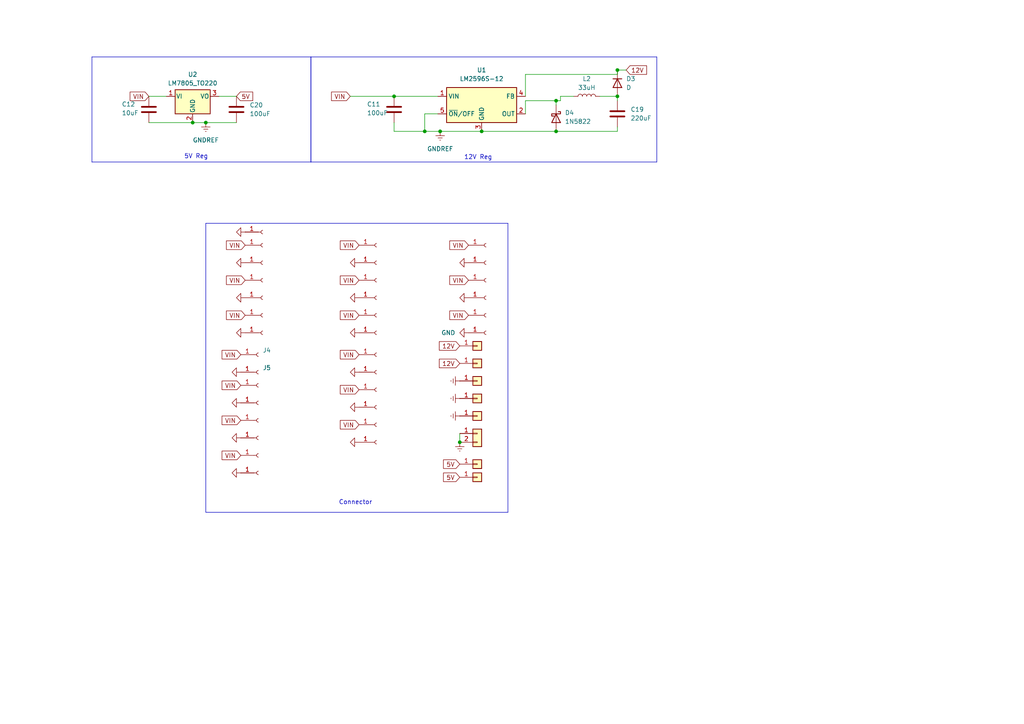
<source format=kicad_sch>
(kicad_sch
	(version 20250114)
	(generator "eeschema")
	(generator_version "9.0")
	(uuid "58a69cce-a8aa-4cca-a8e3-355c8f126ee1")
	(paper "A4")
	(lib_symbols
		(symbol "Connector:Conn_01x01_Socket"
			(pin_names
				(offset 1.016)
				(hide yes)
			)
			(exclude_from_sim no)
			(in_bom yes)
			(on_board yes)
			(property "Reference" "J"
				(at 0 2.54 0)
				(effects
					(font
						(size 1.27 1.27)
					)
				)
			)
			(property "Value" "Conn_01x01_Socket"
				(at 0 -2.54 0)
				(effects
					(font
						(size 1.27 1.27)
					)
				)
			)
			(property "Footprint" ""
				(at 0 0 0)
				(effects
					(font
						(size 1.27 1.27)
					)
					(hide yes)
				)
			)
			(property "Datasheet" "~"
				(at 0 0 0)
				(effects
					(font
						(size 1.27 1.27)
					)
					(hide yes)
				)
			)
			(property "Description" "Generic connector, single row, 01x01, script generated"
				(at 0 0 0)
				(effects
					(font
						(size 1.27 1.27)
					)
					(hide yes)
				)
			)
			(property "ki_locked" ""
				(at 0 0 0)
				(effects
					(font
						(size 1.27 1.27)
					)
				)
			)
			(property "ki_keywords" "connector"
				(at 0 0 0)
				(effects
					(font
						(size 1.27 1.27)
					)
					(hide yes)
				)
			)
			(property "ki_fp_filters" "Connector*:*_1x??_*"
				(at 0 0 0)
				(effects
					(font
						(size 1.27 1.27)
					)
					(hide yes)
				)
			)
			(symbol "Conn_01x01_Socket_1_1"
				(polyline
					(pts
						(xy -1.27 0) (xy -0.508 0)
					)
					(stroke
						(width 0.1524)
						(type default)
					)
					(fill
						(type none)
					)
				)
				(arc
					(start 0 -0.508)
					(mid -0.5058 0)
					(end 0 0.508)
					(stroke
						(width 0.1524)
						(type default)
					)
					(fill
						(type none)
					)
				)
				(pin passive line
					(at -5.08 0 0)
					(length 3.81)
					(name "Pin_1"
						(effects
							(font
								(size 1.27 1.27)
							)
						)
					)
					(number "1"
						(effects
							(font
								(size 1.27 1.27)
							)
						)
					)
				)
			)
			(embedded_fonts no)
		)
		(symbol "Connector_Generic:Conn_01x01"
			(pin_names
				(offset 1.016)
				(hide yes)
			)
			(exclude_from_sim no)
			(in_bom yes)
			(on_board yes)
			(property "Reference" "J"
				(at 0 2.54 0)
				(effects
					(font
						(size 1.27 1.27)
					)
				)
			)
			(property "Value" "Conn_01x01"
				(at 0 -2.54 0)
				(effects
					(font
						(size 1.27 1.27)
					)
				)
			)
			(property "Footprint" ""
				(at 0 0 0)
				(effects
					(font
						(size 1.27 1.27)
					)
					(hide yes)
				)
			)
			(property "Datasheet" "~"
				(at 0 0 0)
				(effects
					(font
						(size 1.27 1.27)
					)
					(hide yes)
				)
			)
			(property "Description" "Generic connector, single row, 01x01, script generated (kicad-library-utils/schlib/autogen/connector/)"
				(at 0 0 0)
				(effects
					(font
						(size 1.27 1.27)
					)
					(hide yes)
				)
			)
			(property "ki_keywords" "connector"
				(at 0 0 0)
				(effects
					(font
						(size 1.27 1.27)
					)
					(hide yes)
				)
			)
			(property "ki_fp_filters" "Connector*:*_1x??_*"
				(at 0 0 0)
				(effects
					(font
						(size 1.27 1.27)
					)
					(hide yes)
				)
			)
			(symbol "Conn_01x01_1_1"
				(rectangle
					(start -1.27 1.27)
					(end 1.27 -1.27)
					(stroke
						(width 0.254)
						(type default)
					)
					(fill
						(type background)
					)
				)
				(rectangle
					(start -1.27 0.127)
					(end 0 -0.127)
					(stroke
						(width 0.1524)
						(type default)
					)
					(fill
						(type none)
					)
				)
				(pin passive line
					(at -5.08 0 0)
					(length 3.81)
					(name "Pin_1"
						(effects
							(font
								(size 1.27 1.27)
							)
						)
					)
					(number "1"
						(effects
							(font
								(size 1.27 1.27)
							)
						)
					)
				)
			)
			(embedded_fonts no)
		)
		(symbol "Connector_Generic:Conn_01x02"
			(pin_names
				(offset 1.016)
				(hide yes)
			)
			(exclude_from_sim no)
			(in_bom yes)
			(on_board yes)
			(property "Reference" "J"
				(at 0 2.54 0)
				(effects
					(font
						(size 1.27 1.27)
					)
				)
			)
			(property "Value" "Conn_01x02"
				(at 0 -5.08 0)
				(effects
					(font
						(size 1.27 1.27)
					)
				)
			)
			(property "Footprint" ""
				(at 0 0 0)
				(effects
					(font
						(size 1.27 1.27)
					)
					(hide yes)
				)
			)
			(property "Datasheet" "~"
				(at 0 0 0)
				(effects
					(font
						(size 1.27 1.27)
					)
					(hide yes)
				)
			)
			(property "Description" "Generic connector, single row, 01x02, script generated (kicad-library-utils/schlib/autogen/connector/)"
				(at 0 0 0)
				(effects
					(font
						(size 1.27 1.27)
					)
					(hide yes)
				)
			)
			(property "ki_keywords" "connector"
				(at 0 0 0)
				(effects
					(font
						(size 1.27 1.27)
					)
					(hide yes)
				)
			)
			(property "ki_fp_filters" "Connector*:*_1x??_*"
				(at 0 0 0)
				(effects
					(font
						(size 1.27 1.27)
					)
					(hide yes)
				)
			)
			(symbol "Conn_01x02_1_1"
				(rectangle
					(start -1.27 1.27)
					(end 1.27 -3.81)
					(stroke
						(width 0.254)
						(type default)
					)
					(fill
						(type background)
					)
				)
				(rectangle
					(start -1.27 0.127)
					(end 0 -0.127)
					(stroke
						(width 0.1524)
						(type default)
					)
					(fill
						(type none)
					)
				)
				(rectangle
					(start -1.27 -2.413)
					(end 0 -2.667)
					(stroke
						(width 0.1524)
						(type default)
					)
					(fill
						(type none)
					)
				)
				(pin passive line
					(at -5.08 0 0)
					(length 3.81)
					(name "Pin_1"
						(effects
							(font
								(size 1.27 1.27)
							)
						)
					)
					(number "1"
						(effects
							(font
								(size 1.27 1.27)
							)
						)
					)
				)
				(pin passive line
					(at -5.08 -2.54 0)
					(length 3.81)
					(name "Pin_2"
						(effects
							(font
								(size 1.27 1.27)
							)
						)
					)
					(number "2"
						(effects
							(font
								(size 1.27 1.27)
							)
						)
					)
				)
			)
			(embedded_fonts no)
		)
		(symbol "Device:C"
			(pin_numbers
				(hide yes)
			)
			(pin_names
				(offset 0.254)
			)
			(exclude_from_sim no)
			(in_bom yes)
			(on_board yes)
			(property "Reference" "C"
				(at 0.635 2.54 0)
				(effects
					(font
						(size 1.27 1.27)
					)
					(justify left)
				)
			)
			(property "Value" "C"
				(at 0.635 -2.54 0)
				(effects
					(font
						(size 1.27 1.27)
					)
					(justify left)
				)
			)
			(property "Footprint" ""
				(at 0.9652 -3.81 0)
				(effects
					(font
						(size 1.27 1.27)
					)
					(hide yes)
				)
			)
			(property "Datasheet" "~"
				(at 0 0 0)
				(effects
					(font
						(size 1.27 1.27)
					)
					(hide yes)
				)
			)
			(property "Description" "Unpolarized capacitor"
				(at 0 0 0)
				(effects
					(font
						(size 1.27 1.27)
					)
					(hide yes)
				)
			)
			(property "ki_keywords" "cap capacitor"
				(at 0 0 0)
				(effects
					(font
						(size 1.27 1.27)
					)
					(hide yes)
				)
			)
			(property "ki_fp_filters" "C_*"
				(at 0 0 0)
				(effects
					(font
						(size 1.27 1.27)
					)
					(hide yes)
				)
			)
			(symbol "C_0_1"
				(polyline
					(pts
						(xy -2.032 0.762) (xy 2.032 0.762)
					)
					(stroke
						(width 0.508)
						(type default)
					)
					(fill
						(type none)
					)
				)
				(polyline
					(pts
						(xy -2.032 -0.762) (xy 2.032 -0.762)
					)
					(stroke
						(width 0.508)
						(type default)
					)
					(fill
						(type none)
					)
				)
			)
			(symbol "C_1_1"
				(pin passive line
					(at 0 3.81 270)
					(length 2.794)
					(name "~"
						(effects
							(font
								(size 1.27 1.27)
							)
						)
					)
					(number "1"
						(effects
							(font
								(size 1.27 1.27)
							)
						)
					)
				)
				(pin passive line
					(at 0 -3.81 90)
					(length 2.794)
					(name "~"
						(effects
							(font
								(size 1.27 1.27)
							)
						)
					)
					(number "2"
						(effects
							(font
								(size 1.27 1.27)
							)
						)
					)
				)
			)
			(embedded_fonts no)
		)
		(symbol "Device:D"
			(pin_numbers
				(hide yes)
			)
			(pin_names
				(offset 1.016)
				(hide yes)
			)
			(exclude_from_sim no)
			(in_bom yes)
			(on_board yes)
			(property "Reference" "D"
				(at 0 2.54 0)
				(effects
					(font
						(size 1.27 1.27)
					)
				)
			)
			(property "Value" "D"
				(at 0 -2.54 0)
				(effects
					(font
						(size 1.27 1.27)
					)
				)
			)
			(property "Footprint" ""
				(at 0 0 0)
				(effects
					(font
						(size 1.27 1.27)
					)
					(hide yes)
				)
			)
			(property "Datasheet" "~"
				(at 0 0 0)
				(effects
					(font
						(size 1.27 1.27)
					)
					(hide yes)
				)
			)
			(property "Description" "Diode"
				(at 0 0 0)
				(effects
					(font
						(size 1.27 1.27)
					)
					(hide yes)
				)
			)
			(property "Sim.Device" "D"
				(at 0 0 0)
				(effects
					(font
						(size 1.27 1.27)
					)
					(hide yes)
				)
			)
			(property "Sim.Pins" "1=K 2=A"
				(at 0 0 0)
				(effects
					(font
						(size 1.27 1.27)
					)
					(hide yes)
				)
			)
			(property "ki_keywords" "diode"
				(at 0 0 0)
				(effects
					(font
						(size 1.27 1.27)
					)
					(hide yes)
				)
			)
			(property "ki_fp_filters" "TO-???* *_Diode_* *SingleDiode* D_*"
				(at 0 0 0)
				(effects
					(font
						(size 1.27 1.27)
					)
					(hide yes)
				)
			)
			(symbol "D_0_1"
				(polyline
					(pts
						(xy -1.27 1.27) (xy -1.27 -1.27)
					)
					(stroke
						(width 0.254)
						(type default)
					)
					(fill
						(type none)
					)
				)
				(polyline
					(pts
						(xy 1.27 1.27) (xy 1.27 -1.27) (xy -1.27 0) (xy 1.27 1.27)
					)
					(stroke
						(width 0.254)
						(type default)
					)
					(fill
						(type none)
					)
				)
				(polyline
					(pts
						(xy 1.27 0) (xy -1.27 0)
					)
					(stroke
						(width 0)
						(type default)
					)
					(fill
						(type none)
					)
				)
			)
			(symbol "D_1_1"
				(pin passive line
					(at -3.81 0 0)
					(length 2.54)
					(name "K"
						(effects
							(font
								(size 1.27 1.27)
							)
						)
					)
					(number "1"
						(effects
							(font
								(size 1.27 1.27)
							)
						)
					)
				)
				(pin passive line
					(at 3.81 0 180)
					(length 2.54)
					(name "A"
						(effects
							(font
								(size 1.27 1.27)
							)
						)
					)
					(number "2"
						(effects
							(font
								(size 1.27 1.27)
							)
						)
					)
				)
			)
			(embedded_fonts no)
		)
		(symbol "Device:L"
			(pin_numbers
				(hide yes)
			)
			(pin_names
				(offset 1.016)
				(hide yes)
			)
			(exclude_from_sim no)
			(in_bom yes)
			(on_board yes)
			(property "Reference" "L"
				(at -1.27 0 90)
				(effects
					(font
						(size 1.27 1.27)
					)
				)
			)
			(property "Value" "L"
				(at 1.905 0 90)
				(effects
					(font
						(size 1.27 1.27)
					)
				)
			)
			(property "Footprint" ""
				(at 0 0 0)
				(effects
					(font
						(size 1.27 1.27)
					)
					(hide yes)
				)
			)
			(property "Datasheet" "~"
				(at 0 0 0)
				(effects
					(font
						(size 1.27 1.27)
					)
					(hide yes)
				)
			)
			(property "Description" "Inductor"
				(at 0 0 0)
				(effects
					(font
						(size 1.27 1.27)
					)
					(hide yes)
				)
			)
			(property "ki_keywords" "inductor choke coil reactor magnetic"
				(at 0 0 0)
				(effects
					(font
						(size 1.27 1.27)
					)
					(hide yes)
				)
			)
			(property "ki_fp_filters" "Choke_* *Coil* Inductor_* L_*"
				(at 0 0 0)
				(effects
					(font
						(size 1.27 1.27)
					)
					(hide yes)
				)
			)
			(symbol "L_0_1"
				(arc
					(start 0 2.54)
					(mid 0.6323 1.905)
					(end 0 1.27)
					(stroke
						(width 0)
						(type default)
					)
					(fill
						(type none)
					)
				)
				(arc
					(start 0 1.27)
					(mid 0.6323 0.635)
					(end 0 0)
					(stroke
						(width 0)
						(type default)
					)
					(fill
						(type none)
					)
				)
				(arc
					(start 0 0)
					(mid 0.6323 -0.635)
					(end 0 -1.27)
					(stroke
						(width 0)
						(type default)
					)
					(fill
						(type none)
					)
				)
				(arc
					(start 0 -1.27)
					(mid 0.6323 -1.905)
					(end 0 -2.54)
					(stroke
						(width 0)
						(type default)
					)
					(fill
						(type none)
					)
				)
			)
			(symbol "L_1_1"
				(pin passive line
					(at 0 3.81 270)
					(length 1.27)
					(name "1"
						(effects
							(font
								(size 1.27 1.27)
							)
						)
					)
					(number "1"
						(effects
							(font
								(size 1.27 1.27)
							)
						)
					)
				)
				(pin passive line
					(at 0 -3.81 90)
					(length 1.27)
					(name "2"
						(effects
							(font
								(size 1.27 1.27)
							)
						)
					)
					(number "2"
						(effects
							(font
								(size 1.27 1.27)
							)
						)
					)
				)
			)
			(embedded_fonts no)
		)
		(symbol "Diode:1N5822"
			(pin_numbers
				(hide yes)
			)
			(pin_names
				(offset 1.016)
				(hide yes)
			)
			(exclude_from_sim no)
			(in_bom yes)
			(on_board yes)
			(property "Reference" "D"
				(at 0 2.54 0)
				(effects
					(font
						(size 1.27 1.27)
					)
				)
			)
			(property "Value" "1N5822"
				(at 0 -2.54 0)
				(effects
					(font
						(size 1.27 1.27)
					)
				)
			)
			(property "Footprint" "Diode_THT:D_DO-201AD_P15.24mm_Horizontal"
				(at 0 -4.445 0)
				(effects
					(font
						(size 1.27 1.27)
					)
					(hide yes)
				)
			)
			(property "Datasheet" "http://www.vishay.com/docs/88526/1n5820.pdf"
				(at 0 0 0)
				(effects
					(font
						(size 1.27 1.27)
					)
					(hide yes)
				)
			)
			(property "Description" "40V 3A Schottky Barrier Rectifier Diode, DO-201AD"
				(at 0 0 0)
				(effects
					(font
						(size 1.27 1.27)
					)
					(hide yes)
				)
			)
			(property "ki_keywords" "diode Schottky"
				(at 0 0 0)
				(effects
					(font
						(size 1.27 1.27)
					)
					(hide yes)
				)
			)
			(property "ki_fp_filters" "D*DO?201AD*"
				(at 0 0 0)
				(effects
					(font
						(size 1.27 1.27)
					)
					(hide yes)
				)
			)
			(symbol "1N5822_0_1"
				(polyline
					(pts
						(xy -1.905 0.635) (xy -1.905 1.27) (xy -1.27 1.27) (xy -1.27 -1.27) (xy -0.635 -1.27) (xy -0.635 -0.635)
					)
					(stroke
						(width 0.254)
						(type default)
					)
					(fill
						(type none)
					)
				)
				(polyline
					(pts
						(xy 1.27 1.27) (xy 1.27 -1.27) (xy -1.27 0) (xy 1.27 1.27)
					)
					(stroke
						(width 0.254)
						(type default)
					)
					(fill
						(type none)
					)
				)
				(polyline
					(pts
						(xy 1.27 0) (xy -1.27 0)
					)
					(stroke
						(width 0)
						(type default)
					)
					(fill
						(type none)
					)
				)
			)
			(symbol "1N5822_1_1"
				(pin passive line
					(at -3.81 0 0)
					(length 2.54)
					(name "K"
						(effects
							(font
								(size 1.27 1.27)
							)
						)
					)
					(number "1"
						(effects
							(font
								(size 1.27 1.27)
							)
						)
					)
				)
				(pin passive line
					(at 3.81 0 180)
					(length 2.54)
					(name "A"
						(effects
							(font
								(size 1.27 1.27)
							)
						)
					)
					(number "2"
						(effects
							(font
								(size 1.27 1.27)
							)
						)
					)
				)
			)
			(embedded_fonts no)
		)
		(symbol "Regulator_Linear:LM7805_TO220"
			(pin_names
				(offset 0.254)
			)
			(exclude_from_sim no)
			(in_bom yes)
			(on_board yes)
			(property "Reference" "U"
				(at -3.81 3.175 0)
				(effects
					(font
						(size 1.27 1.27)
					)
				)
			)
			(property "Value" "LM7805_TO220"
				(at 0 3.175 0)
				(effects
					(font
						(size 1.27 1.27)
					)
					(justify left)
				)
			)
			(property "Footprint" "Package_TO_SOT_THT:TO-220-3_Vertical"
				(at 0 5.715 0)
				(effects
					(font
						(size 1.27 1.27)
						(italic yes)
					)
					(hide yes)
				)
			)
			(property "Datasheet" "https://www.onsemi.cn/PowerSolutions/document/MC7800-D.PDF"
				(at 0 -1.27 0)
				(effects
					(font
						(size 1.27 1.27)
					)
					(hide yes)
				)
			)
			(property "Description" "Positive 1A 35V Linear Regulator, Fixed Output 5V, TO-220"
				(at 0 0 0)
				(effects
					(font
						(size 1.27 1.27)
					)
					(hide yes)
				)
			)
			(property "ki_keywords" "Voltage Regulator 1A Positive"
				(at 0 0 0)
				(effects
					(font
						(size 1.27 1.27)
					)
					(hide yes)
				)
			)
			(property "ki_fp_filters" "TO?220*"
				(at 0 0 0)
				(effects
					(font
						(size 1.27 1.27)
					)
					(hide yes)
				)
			)
			(symbol "LM7805_TO220_0_1"
				(rectangle
					(start -5.08 1.905)
					(end 5.08 -5.08)
					(stroke
						(width 0.254)
						(type default)
					)
					(fill
						(type background)
					)
				)
			)
			(symbol "LM7805_TO220_1_1"
				(pin power_in line
					(at -7.62 0 0)
					(length 2.54)
					(name "VI"
						(effects
							(font
								(size 1.27 1.27)
							)
						)
					)
					(number "1"
						(effects
							(font
								(size 1.27 1.27)
							)
						)
					)
				)
				(pin power_in line
					(at 0 -7.62 90)
					(length 2.54)
					(name "GND"
						(effects
							(font
								(size 1.27 1.27)
							)
						)
					)
					(number "2"
						(effects
							(font
								(size 1.27 1.27)
							)
						)
					)
				)
				(pin power_out line
					(at 7.62 0 180)
					(length 2.54)
					(name "VO"
						(effects
							(font
								(size 1.27 1.27)
							)
						)
					)
					(number "3"
						(effects
							(font
								(size 1.27 1.27)
							)
						)
					)
				)
			)
			(embedded_fonts no)
		)
		(symbol "Regulator_Switching:LM2596S-12"
			(exclude_from_sim no)
			(in_bom yes)
			(on_board yes)
			(property "Reference" "U"
				(at -10.16 6.35 0)
				(effects
					(font
						(size 1.27 1.27)
					)
					(justify left)
				)
			)
			(property "Value" "LM2596S-12"
				(at 0 6.35 0)
				(effects
					(font
						(size 1.27 1.27)
					)
					(justify left)
				)
			)
			(property "Footprint" "Package_TO_SOT_SMD:TO-263-5_TabPin3"
				(at 1.27 -6.35 0)
				(effects
					(font
						(size 1.27 1.27)
						(italic yes)
					)
					(justify left)
					(hide yes)
				)
			)
			(property "Datasheet" "http://www.ti.com/lit/ds/symlink/lm2596.pdf"
				(at 0 0 0)
				(effects
					(font
						(size 1.27 1.27)
					)
					(hide yes)
				)
			)
			(property "Description" "12V 3A Step-Down Voltage Regulator, TO-263"
				(at 0 0 0)
				(effects
					(font
						(size 1.27 1.27)
					)
					(hide yes)
				)
			)
			(property "ki_keywords" "Step-Down Voltage Regulator 12V 3A"
				(at 0 0 0)
				(effects
					(font
						(size 1.27 1.27)
					)
					(hide yes)
				)
			)
			(property "ki_fp_filters" "TO?263*"
				(at 0 0 0)
				(effects
					(font
						(size 1.27 1.27)
					)
					(hide yes)
				)
			)
			(symbol "LM2596S-12_0_1"
				(rectangle
					(start -10.16 5.08)
					(end 10.16 -5.08)
					(stroke
						(width 0.254)
						(type default)
					)
					(fill
						(type background)
					)
				)
			)
			(symbol "LM2596S-12_1_1"
				(pin power_in line
					(at -12.7 2.54 0)
					(length 2.54)
					(name "VIN"
						(effects
							(font
								(size 1.27 1.27)
							)
						)
					)
					(number "1"
						(effects
							(font
								(size 1.27 1.27)
							)
						)
					)
				)
				(pin input line
					(at -12.7 -2.54 0)
					(length 2.54)
					(name "~{ON}/OFF"
						(effects
							(font
								(size 1.27 1.27)
							)
						)
					)
					(number "5"
						(effects
							(font
								(size 1.27 1.27)
							)
						)
					)
				)
				(pin power_in line
					(at 0 -7.62 90)
					(length 2.54)
					(name "GND"
						(effects
							(font
								(size 1.27 1.27)
							)
						)
					)
					(number "3"
						(effects
							(font
								(size 1.27 1.27)
							)
						)
					)
				)
				(pin input line
					(at 12.7 2.54 180)
					(length 2.54)
					(name "FB"
						(effects
							(font
								(size 1.27 1.27)
							)
						)
					)
					(number "4"
						(effects
							(font
								(size 1.27 1.27)
							)
						)
					)
				)
				(pin output line
					(at 12.7 -2.54 180)
					(length 2.54)
					(name "OUT"
						(effects
							(font
								(size 1.27 1.27)
							)
						)
					)
					(number "2"
						(effects
							(font
								(size 1.27 1.27)
							)
						)
					)
				)
			)
			(embedded_fonts no)
		)
		(symbol "power:GND"
			(power)
			(pin_numbers
				(hide yes)
			)
			(pin_names
				(offset 0)
				(hide yes)
			)
			(exclude_from_sim no)
			(in_bom yes)
			(on_board yes)
			(property "Reference" "#PWR"
				(at 0 -6.35 0)
				(effects
					(font
						(size 1.27 1.27)
					)
					(hide yes)
				)
			)
			(property "Value" "GND"
				(at 0 -3.81 0)
				(effects
					(font
						(size 1.27 1.27)
					)
				)
			)
			(property "Footprint" ""
				(at 0 0 0)
				(effects
					(font
						(size 1.27 1.27)
					)
					(hide yes)
				)
			)
			(property "Datasheet" ""
				(at 0 0 0)
				(effects
					(font
						(size 1.27 1.27)
					)
					(hide yes)
				)
			)
			(property "Description" "Power symbol creates a global label with name \"GND\" , ground"
				(at 0 0 0)
				(effects
					(font
						(size 1.27 1.27)
					)
					(hide yes)
				)
			)
			(property "ki_keywords" "global power"
				(at 0 0 0)
				(effects
					(font
						(size 1.27 1.27)
					)
					(hide yes)
				)
			)
			(symbol "GND_0_1"
				(polyline
					(pts
						(xy 0 0) (xy 0 -1.27) (xy 1.27 -1.27) (xy 0 -2.54) (xy -1.27 -1.27) (xy 0 -1.27)
					)
					(stroke
						(width 0)
						(type default)
					)
					(fill
						(type none)
					)
				)
			)
			(symbol "GND_1_1"
				(pin power_in line
					(at 0 0 270)
					(length 0)
					(name "~"
						(effects
							(font
								(size 1.27 1.27)
							)
						)
					)
					(number "1"
						(effects
							(font
								(size 1.27 1.27)
							)
						)
					)
				)
			)
			(embedded_fonts no)
		)
		(symbol "power:GNDREF"
			(power)
			(pin_numbers
				(hide yes)
			)
			(pin_names
				(offset 0)
				(hide yes)
			)
			(exclude_from_sim no)
			(in_bom yes)
			(on_board yes)
			(property "Reference" "#PWR"
				(at 0 -6.35 0)
				(effects
					(font
						(size 1.27 1.27)
					)
					(hide yes)
				)
			)
			(property "Value" "GNDREF"
				(at 0 -3.81 0)
				(effects
					(font
						(size 1.27 1.27)
					)
				)
			)
			(property "Footprint" ""
				(at 0 0 0)
				(effects
					(font
						(size 1.27 1.27)
					)
					(hide yes)
				)
			)
			(property "Datasheet" ""
				(at 0 0 0)
				(effects
					(font
						(size 1.27 1.27)
					)
					(hide yes)
				)
			)
			(property "Description" "Power symbol creates a global label with name \"GNDREF\" , reference supply ground"
				(at 0 0 0)
				(effects
					(font
						(size 1.27 1.27)
					)
					(hide yes)
				)
			)
			(property "ki_keywords" "global power"
				(at 0 0 0)
				(effects
					(font
						(size 1.27 1.27)
					)
					(hide yes)
				)
			)
			(symbol "GNDREF_0_1"
				(polyline
					(pts
						(xy -0.635 -1.905) (xy 0.635 -1.905)
					)
					(stroke
						(width 0)
						(type default)
					)
					(fill
						(type none)
					)
				)
				(polyline
					(pts
						(xy -0.127 -2.54) (xy 0.127 -2.54)
					)
					(stroke
						(width 0)
						(type default)
					)
					(fill
						(type none)
					)
				)
				(polyline
					(pts
						(xy 0 -1.27) (xy 0 0)
					)
					(stroke
						(width 0)
						(type default)
					)
					(fill
						(type none)
					)
				)
				(polyline
					(pts
						(xy 1.27 -1.27) (xy -1.27 -1.27)
					)
					(stroke
						(width 0)
						(type default)
					)
					(fill
						(type none)
					)
				)
			)
			(symbol "GNDREF_1_1"
				(pin power_in line
					(at 0 0 270)
					(length 0)
					(name "~"
						(effects
							(font
								(size 1.27 1.27)
							)
						)
					)
					(number "1"
						(effects
							(font
								(size 1.27 1.27)
							)
						)
					)
				)
			)
			(embedded_fonts no)
		)
	)
	(text "12V Reg"
		(exclude_from_sim no)
		(at 138.684 45.72 0)
		(effects
			(font
				(size 1.27 1.27)
			)
		)
		(uuid "676134df-5951-47dd-922e-6ae6edec1a1c")
	)
	(text "Connector"
		(exclude_from_sim no)
		(at 103.124 145.796 0)
		(effects
			(font
				(size 1.27 1.27)
			)
		)
		(uuid "c7ade855-0f0f-4dc0-b52e-fa1355d7630b")
	)
	(text "5V Reg"
		(exclude_from_sim no)
		(at 56.896 45.466 0)
		(effects
			(font
				(size 1.27 1.27)
			)
		)
		(uuid "fa3d872d-afc1-42cc-8b09-877759dffd01")
	)
	(junction
		(at 133.35 128.27)
		(diameter 0)
		(color 0 0 0 0)
		(uuid "44b7976c-8d0a-4312-bdb7-bc193b844b2d")
	)
	(junction
		(at 123.19 38.1)
		(diameter 0)
		(color 0 0 0 0)
		(uuid "5d081551-f9e2-4ef1-b2d5-64d9bda07229")
	)
	(junction
		(at 161.29 29.21)
		(diameter 0)
		(color 0 0 0 0)
		(uuid "62d8913c-e580-421d-8d4b-41499a95a8ab")
	)
	(junction
		(at 161.29 38.1)
		(diameter 0)
		(color 0 0 0 0)
		(uuid "6412d672-b19a-45b3-ba31-ff053f4f5ecb")
	)
	(junction
		(at 114.3 27.94)
		(diameter 0)
		(color 0 0 0 0)
		(uuid "7f814480-8881-478a-95c1-98a212a24fd5")
	)
	(junction
		(at 139.7 38.1)
		(diameter 0)
		(color 0 0 0 0)
		(uuid "8e5bfcea-2a15-4cca-9fbf-35214c0ab0d0")
	)
	(junction
		(at 127.6614 38.1)
		(diameter 0)
		(color 0 0 0 0)
		(uuid "9b012b41-8c28-42d6-a591-a179d990ddd3")
	)
	(junction
		(at 55.88 35.56)
		(diameter 0)
		(color 0 0 0 0)
		(uuid "ad324e03-a8e7-4c87-bcbf-9bc682a2104e")
	)
	(junction
		(at 179.07 27.94)
		(diameter 0)
		(color 0 0 0 0)
		(uuid "ad3776a8-664e-4c78-8b94-a61401e08931")
	)
	(junction
		(at 59.69 35.56)
		(diameter 0)
		(color 0 0 0 0)
		(uuid "cf977bd1-ec97-41ec-be8e-09d5584bf964")
	)
	(junction
		(at 179.07 20.32)
		(diameter 0)
		(color 0 0 0 0)
		(uuid "d8b879e9-7d7f-48c6-8d98-9bb1e1303796")
	)
	(wire
		(pts
			(xy 152.4 33.02) (xy 152.4 29.21)
		)
		(stroke
			(width 0)
			(type default)
		)
		(uuid "0118b3da-f2d5-421e-a570-10892f0006f2")
	)
	(wire
		(pts
			(xy 139.7 38.1) (xy 127.6614 38.1)
		)
		(stroke
			(width 0)
			(type default)
		)
		(uuid "05166f65-155f-44ec-8a08-52e5f8dedbe5")
	)
	(polyline
		(pts
			(xy 90.17 16.51) (xy 190.5 16.51)
		)
		(stroke
			(width 0)
			(type default)
		)
		(uuid "09a74c09-cae1-47c0-a113-d7c14be3d121")
	)
	(wire
		(pts
			(xy 179.07 21.59) (xy 179.07 20.32)
		)
		(stroke
			(width 0)
			(type default)
		)
		(uuid "1630f2ff-ee08-4736-881b-47c20e131b65")
	)
	(wire
		(pts
			(xy 59.69 35.56) (xy 68.58 35.56)
		)
		(stroke
			(width 0)
			(type default)
		)
		(uuid "1794c656-d3e9-40c7-87f8-7490babdc18c")
	)
	(polyline
		(pts
			(xy 59.69 64.77) (xy 147.32 64.77)
		)
		(stroke
			(width 0)
			(type default)
		)
		(uuid "2171d9ea-ca7a-4135-b7c7-eb7706f751c7")
	)
	(polyline
		(pts
			(xy 190.5 46.99) (xy 190.5 16.51)
		)
		(stroke
			(width 0)
			(type default)
		)
		(uuid "233f6970-6eb3-458f-b61d-70d6ba0ed48d")
	)
	(wire
		(pts
			(xy 101.6 27.94) (xy 114.3 27.94)
		)
		(stroke
			(width 0)
			(type default)
		)
		(uuid "245f755e-b5aa-4503-a6ce-555a08ac9970")
	)
	(wire
		(pts
			(xy 161.29 30.48) (xy 161.29 29.21)
		)
		(stroke
			(width 0)
			(type default)
		)
		(uuid "290617f1-845a-4701-8b10-39c799b78586")
	)
	(wire
		(pts
			(xy 123.19 33.02) (xy 123.19 38.1)
		)
		(stroke
			(width 0)
			(type default)
		)
		(uuid "2dea3683-3b0c-44b7-85c5-d081d66fde01")
	)
	(wire
		(pts
			(xy 139.7 38.1) (xy 161.29 38.1)
		)
		(stroke
			(width 0)
			(type default)
		)
		(uuid "2fbcd992-ae10-45f4-abc9-a328148c19a8")
	)
	(wire
		(pts
			(xy 152.4 21.59) (xy 179.07 21.59)
		)
		(stroke
			(width 0)
			(type default)
		)
		(uuid "30366f60-c10a-4e47-88e6-2de257530c79")
	)
	(wire
		(pts
			(xy 123.19 33.02) (xy 127 33.02)
		)
		(stroke
			(width 0)
			(type default)
		)
		(uuid "38584ca4-527a-45f8-a76d-506ee70d44cc")
	)
	(wire
		(pts
			(xy 152.4 29.21) (xy 161.29 29.21)
		)
		(stroke
			(width 0)
			(type default)
		)
		(uuid "395bf05b-6c9c-43ac-9b51-13e5b5c5dfaa")
	)
	(wire
		(pts
			(xy 162.56 27.94) (xy 166.37 27.94)
		)
		(stroke
			(width 0)
			(type default)
		)
		(uuid "3cee678e-aeac-4762-96ee-09d1dff1c892")
	)
	(wire
		(pts
			(xy 181.61 20.32) (xy 179.07 20.32)
		)
		(stroke
			(width 0)
			(type default)
		)
		(uuid "4703094a-9a0b-449a-a8ce-188574cdee6f")
	)
	(wire
		(pts
			(xy 68.58 27.94) (xy 63.5 27.94)
		)
		(stroke
			(width 0)
			(type default)
		)
		(uuid "4c161705-bbc8-45f1-8269-735da7fa0934")
	)
	(polyline
		(pts
			(xy 26.67 46.99) (xy 90.17 46.99)
		)
		(stroke
			(width 0)
			(type default)
		)
		(uuid "5087ea82-d090-447f-a3e4-35bbadb661a6")
	)
	(wire
		(pts
			(xy 114.3 27.94) (xy 127 27.94)
		)
		(stroke
			(width 0)
			(type default)
		)
		(uuid "538b7a86-ee7f-40d1-a15d-b34ab1e01a35")
	)
	(polyline
		(pts
			(xy 90.17 46.99) (xy 190.5 46.99)
		)
		(stroke
			(width 0)
			(type default)
		)
		(uuid "553fb383-4b10-450b-98f9-c37a2bceff13")
	)
	(polyline
		(pts
			(xy 26.67 16.51) (xy 90.17 16.51)
		)
		(stroke
			(width 0)
			(type default)
		)
		(uuid "57a4b060-4631-4c78-8fcc-b8bf8e9a6515")
	)
	(wire
		(pts
			(xy 173.99 27.94) (xy 179.07 27.94)
		)
		(stroke
			(width 0)
			(type default)
		)
		(uuid "664d4333-19b9-4531-b0af-86e8f09a1694")
	)
	(wire
		(pts
			(xy 43.18 35.56) (xy 55.88 35.56)
		)
		(stroke
			(width 0)
			(type default)
		)
		(uuid "67cb9b45-ec73-46c5-ae6a-3cbecce70811")
	)
	(polyline
		(pts
			(xy 59.69 148.59) (xy 59.69 64.77)
		)
		(stroke
			(width 0)
			(type default)
		)
		(uuid "6853a6c3-f7f7-4f62-ac1f-0bd7c4d894f9")
	)
	(wire
		(pts
			(xy 179.07 36.83) (xy 179.07 38.1)
		)
		(stroke
			(width 0)
			(type default)
		)
		(uuid "6878db8c-026d-46e6-982f-7be1994ffe5a")
	)
	(wire
		(pts
			(xy 127.6614 38.1) (xy 123.19 38.1)
		)
		(stroke
			(width 0)
			(type default)
		)
		(uuid "8a9c0989-6fa5-4e60-9651-431f5aec9031")
	)
	(polyline
		(pts
			(xy 90.17 16.51) (xy 90.17 46.99)
		)
		(stroke
			(width 0)
			(type default)
		)
		(uuid "90ce14c1-6bbc-4ad4-ba18-bd1e301e9a66")
	)
	(wire
		(pts
			(xy 162.56 29.21) (xy 162.56 27.94)
		)
		(stroke
			(width 0)
			(type default)
		)
		(uuid "95fd8d25-926a-4d55-ace3-80ffce5d6fc7")
	)
	(wire
		(pts
			(xy 55.88 35.56) (xy 59.69 35.56)
		)
		(stroke
			(width 0)
			(type default)
		)
		(uuid "a41adbaf-634b-4b25-abb0-b541079f0982")
	)
	(polyline
		(pts
			(xy 147.32 64.77) (xy 147.32 148.59)
		)
		(stroke
			(width 0)
			(type default)
		)
		(uuid "ad807ec6-abdc-4b95-98c4-f7b13ea86deb")
	)
	(wire
		(pts
			(xy 152.4 27.94) (xy 152.4 21.59)
		)
		(stroke
			(width 0)
			(type default)
		)
		(uuid "b71d677e-adf9-400d-a245-9451cde63866")
	)
	(polyline
		(pts
			(xy 147.32 148.59) (xy 59.69 148.59)
		)
		(stroke
			(width 0)
			(type default)
		)
		(uuid "b7682f00-2261-4c09-a2c2-7f3ee49b865b")
	)
	(wire
		(pts
			(xy 133.35 125.73) (xy 133.35 128.27)
		)
		(stroke
			(width 0)
			(type default)
		)
		(uuid "c7e3127d-3da4-4646-aed7-80dd9dce31e2")
	)
	(wire
		(pts
			(xy 114.3 38.1) (xy 114.3 35.56)
		)
		(stroke
			(width 0)
			(type default)
		)
		(uuid "ce403c25-1596-4bd0-8f38-f73ba1d5c9df")
	)
	(wire
		(pts
			(xy 179.07 29.21) (xy 179.07 27.94)
		)
		(stroke
			(width 0)
			(type default)
		)
		(uuid "cfcc9319-bea3-4ff2-a85d-c140bee77f7b")
	)
	(wire
		(pts
			(xy 161.29 38.1) (xy 179.07 38.1)
		)
		(stroke
			(width 0)
			(type default)
		)
		(uuid "d03deb5f-e09b-4916-ac01-7ae99d476c42")
	)
	(polyline
		(pts
			(xy 26.67 16.51) (xy 26.67 46.99)
		)
		(stroke
			(width 0)
			(type default)
		)
		(uuid "d573331c-839d-4ef2-a62d-03473a97d9e7")
	)
	(polyline
		(pts
			(xy 90.17 46.99) (xy 90.17 16.51)
		)
		(stroke
			(width 0)
			(type default)
		)
		(uuid "d5f29d99-939d-4451-b4e9-470922b0f9ef")
	)
	(wire
		(pts
			(xy 123.19 38.1) (xy 114.3 38.1)
		)
		(stroke
			(width 0)
			(type default)
		)
		(uuid "db5f8c34-3679-4820-aeb0-b2c090a40612")
	)
	(wire
		(pts
			(xy 43.18 27.94) (xy 48.26 27.94)
		)
		(stroke
			(width 0)
			(type default)
		)
		(uuid "e5538a50-d18a-4b02-8b8f-c82a70722273")
	)
	(wire
		(pts
			(xy 161.29 29.21) (xy 162.56 29.21)
		)
		(stroke
			(width 0)
			(type default)
		)
		(uuid "ff0b39fb-c02e-4c51-b07a-95efbf5e0296")
	)
	(global_label "VIN"
		(shape input)
		(at 104.14 81.28 180)
		(fields_autoplaced yes)
		(effects
			(font
				(size 1.27 1.27)
			)
			(justify right)
		)
		(uuid "0c7b3ba8-4094-4516-9810-4a5ee7964d2a")
		(property "Intersheetrefs" "${INTERSHEET_REFS}"
			(at 98.1309 81.28 0)
			(effects
				(font
					(size 1.27 1.27)
				)
				(justify right)
				(hide yes)
			)
		)
	)
	(global_label "VIN"
		(shape input)
		(at 69.85 132.08 180)
		(fields_autoplaced yes)
		(effects
			(font
				(size 1.27 1.27)
			)
			(justify right)
		)
		(uuid "127329cb-ad29-41de-a4de-8621fd2415fa")
		(property "Intersheetrefs" "${INTERSHEET_REFS}"
			(at 63.8409 132.08 0)
			(effects
				(font
					(size 1.27 1.27)
				)
				(justify right)
				(hide yes)
			)
		)
	)
	(global_label "VIN"
		(shape input)
		(at 101.6 27.94 180)
		(fields_autoplaced yes)
		(effects
			(font
				(size 1.27 1.27)
			)
			(justify right)
		)
		(uuid "1fb29492-11c5-42d3-87a3-65a92d8cfa2f")
		(property "Intersheetrefs" "${INTERSHEET_REFS}"
			(at 95.5909 27.94 0)
			(effects
				(font
					(size 1.27 1.27)
				)
				(justify right)
				(hide yes)
			)
		)
	)
	(global_label "VIN"
		(shape input)
		(at 69.85 102.87 180)
		(fields_autoplaced yes)
		(effects
			(font
				(size 1.27 1.27)
			)
			(justify right)
		)
		(uuid "236a2984-24e2-438d-9a81-853d1ed66e4c")
		(property "Intersheetrefs" "${INTERSHEET_REFS}"
			(at 63.8409 102.87 0)
			(effects
				(font
					(size 1.27 1.27)
				)
				(justify right)
				(hide yes)
			)
		)
	)
	(global_label "VIN"
		(shape input)
		(at 104.14 113.03 180)
		(fields_autoplaced yes)
		(effects
			(font
				(size 1.27 1.27)
			)
			(justify right)
		)
		(uuid "2d25322a-83b4-4946-af3c-6910fec14d20")
		(property "Intersheetrefs" "${INTERSHEET_REFS}"
			(at 98.1309 113.03 0)
			(effects
				(font
					(size 1.27 1.27)
				)
				(justify right)
				(hide yes)
			)
		)
	)
	(global_label "VIN"
		(shape input)
		(at 71.12 81.28 180)
		(fields_autoplaced yes)
		(effects
			(font
				(size 1.27 1.27)
			)
			(justify right)
		)
		(uuid "2d8da0de-93d0-4fa9-ab9e-538d58fbb27f")
		(property "Intersheetrefs" "${INTERSHEET_REFS}"
			(at 65.1109 81.28 0)
			(effects
				(font
					(size 1.27 1.27)
				)
				(justify right)
				(hide yes)
			)
		)
	)
	(global_label "VIN"
		(shape input)
		(at 104.14 71.12 180)
		(fields_autoplaced yes)
		(effects
			(font
				(size 1.27 1.27)
			)
			(justify right)
		)
		(uuid "2f7282fd-bd38-45ac-9c70-079b2ca6c53e")
		(property "Intersheetrefs" "${INTERSHEET_REFS}"
			(at 98.1309 71.12 0)
			(effects
				(font
					(size 1.27 1.27)
				)
				(justify right)
				(hide yes)
			)
		)
	)
	(global_label "VIN"
		(shape input)
		(at 104.14 91.44 180)
		(fields_autoplaced yes)
		(effects
			(font
				(size 1.27 1.27)
			)
			(justify right)
		)
		(uuid "591a914c-6e14-49e7-8207-233d2162abd7")
		(property "Intersheetrefs" "${INTERSHEET_REFS}"
			(at 98.1309 91.44 0)
			(effects
				(font
					(size 1.27 1.27)
				)
				(justify right)
				(hide yes)
			)
		)
	)
	(global_label "VIN"
		(shape input)
		(at 135.89 71.12 180)
		(fields_autoplaced yes)
		(effects
			(font
				(size 1.27 1.27)
			)
			(justify right)
		)
		(uuid "5a14ab91-2508-4230-8116-667bd9cb5988")
		(property "Intersheetrefs" "${INTERSHEET_REFS}"
			(at 129.8809 71.12 0)
			(effects
				(font
					(size 1.27 1.27)
				)
				(justify right)
				(hide yes)
			)
		)
	)
	(global_label "VIN"
		(shape input)
		(at 43.18 27.94 180)
		(fields_autoplaced yes)
		(effects
			(font
				(size 1.27 1.27)
			)
			(justify right)
		)
		(uuid "5e3f19e3-280a-4167-82dc-91010cbc7d73")
		(property "Intersheetrefs" "${INTERSHEET_REFS}"
			(at 37.1709 27.94 0)
			(effects
				(font
					(size 1.27 1.27)
				)
				(justify right)
				(hide yes)
			)
		)
	)
	(global_label "12V"
		(shape input)
		(at 133.35 105.41 180)
		(fields_autoplaced yes)
		(effects
			(font
				(size 1.27 1.27)
			)
			(justify right)
		)
		(uuid "6ecf33c0-b108-485a-a6a3-9f2975cb513a")
		(property "Intersheetrefs" "${INTERSHEET_REFS}"
			(at 126.8572 105.41 0)
			(effects
				(font
					(size 1.27 1.27)
				)
				(justify right)
				(hide yes)
			)
		)
	)
	(global_label "VIN"
		(shape input)
		(at 135.89 91.44 180)
		(fields_autoplaced yes)
		(effects
			(font
				(size 1.27 1.27)
			)
			(justify right)
		)
		(uuid "8100e05a-c32c-451a-ba00-a00e88239f2d")
		(property "Intersheetrefs" "${INTERSHEET_REFS}"
			(at 129.8809 91.44 0)
			(effects
				(font
					(size 1.27 1.27)
				)
				(justify right)
				(hide yes)
			)
		)
	)
	(global_label "VIN"
		(shape input)
		(at 135.89 81.28 180)
		(fields_autoplaced yes)
		(effects
			(font
				(size 1.27 1.27)
			)
			(justify right)
		)
		(uuid "81c24519-0b7c-4863-8fdc-9c56442d49db")
		(property "Intersheetrefs" "${INTERSHEET_REFS}"
			(at 129.8809 81.28 0)
			(effects
				(font
					(size 1.27 1.27)
				)
				(justify right)
				(hide yes)
			)
		)
	)
	(global_label "5V"
		(shape input)
		(at 68.58 27.94 0)
		(fields_autoplaced yes)
		(effects
			(font
				(size 1.27 1.27)
			)
			(justify left)
		)
		(uuid "89387b59-2491-4b54-a689-d6a915db1d13")
		(property "Intersheetrefs" "${INTERSHEET_REFS}"
			(at 73.8633 27.94 0)
			(effects
				(font
					(size 1.27 1.27)
				)
				(justify left)
				(hide yes)
			)
		)
	)
	(global_label "VIN"
		(shape input)
		(at 104.14 102.87 180)
		(fields_autoplaced yes)
		(effects
			(font
				(size 1.27 1.27)
			)
			(justify right)
		)
		(uuid "98030e40-c4a8-41d8-9a9e-5a031cbee4db")
		(property "Intersheetrefs" "${INTERSHEET_REFS}"
			(at 98.1309 102.87 0)
			(effects
				(font
					(size 1.27 1.27)
				)
				(justify right)
				(hide yes)
			)
		)
	)
	(global_label "VIN"
		(shape input)
		(at 71.12 71.12 180)
		(fields_autoplaced yes)
		(effects
			(font
				(size 1.27 1.27)
			)
			(justify right)
		)
		(uuid "997edc2d-517c-43ac-b4d8-17d7bdeb9501")
		(property "Intersheetrefs" "${INTERSHEET_REFS}"
			(at 65.1109 71.12 0)
			(effects
				(font
					(size 1.27 1.27)
				)
				(justify right)
				(hide yes)
			)
		)
	)
	(global_label "12V"
		(shape input)
		(at 133.35 100.33 180)
		(fields_autoplaced yes)
		(effects
			(font
				(size 1.27 1.27)
			)
			(justify right)
		)
		(uuid "9b0fcdf2-0d30-43b1-a7de-a07fd97bd980")
		(property "Intersheetrefs" "${INTERSHEET_REFS}"
			(at 126.8572 100.33 0)
			(effects
				(font
					(size 1.27 1.27)
				)
				(justify right)
				(hide yes)
			)
		)
	)
	(global_label "5V"
		(shape input)
		(at 133.35 134.62 180)
		(fields_autoplaced yes)
		(effects
			(font
				(size 1.27 1.27)
			)
			(justify right)
		)
		(uuid "a41ef2a0-d84a-4060-a743-8ff447934647")
		(property "Intersheetrefs" "${INTERSHEET_REFS}"
			(at 128.0667 134.62 0)
			(effects
				(font
					(size 1.27 1.27)
				)
				(justify right)
				(hide yes)
			)
		)
	)
	(global_label "VIN"
		(shape input)
		(at 104.14 123.19 180)
		(fields_autoplaced yes)
		(effects
			(font
				(size 1.27 1.27)
			)
			(justify right)
		)
		(uuid "b0ef49d7-0f27-413b-922d-05b15b13e16e")
		(property "Intersheetrefs" "${INTERSHEET_REFS}"
			(at 98.1309 123.19 0)
			(effects
				(font
					(size 1.27 1.27)
				)
				(justify right)
				(hide yes)
			)
		)
	)
	(global_label "VIN"
		(shape input)
		(at 69.85 111.76 180)
		(fields_autoplaced yes)
		(effects
			(font
				(size 1.27 1.27)
			)
			(justify right)
		)
		(uuid "b7281051-510b-4a76-91cd-5eaa4b86ffc7")
		(property "Intersheetrefs" "${INTERSHEET_REFS}"
			(at 63.8409 111.76 0)
			(effects
				(font
					(size 1.27 1.27)
				)
				(justify right)
				(hide yes)
			)
		)
	)
	(global_label "VIN"
		(shape input)
		(at 69.85 121.92 180)
		(fields_autoplaced yes)
		(effects
			(font
				(size 1.27 1.27)
			)
			(justify right)
		)
		(uuid "babba4e8-5909-462d-af8e-79b14e8499f9")
		(property "Intersheetrefs" "${INTERSHEET_REFS}"
			(at 63.8409 121.92 0)
			(effects
				(font
					(size 1.27 1.27)
				)
				(justify right)
				(hide yes)
			)
		)
	)
	(global_label "12V"
		(shape input)
		(at 181.61 20.32 0)
		(fields_autoplaced yes)
		(effects
			(font
				(size 1.27 1.27)
			)
			(justify left)
		)
		(uuid "cdd50e2f-8580-4bec-a884-8fcade5e3edb")
		(property "Intersheetrefs" "${INTERSHEET_REFS}"
			(at 188.1028 20.32 0)
			(effects
				(font
					(size 1.27 1.27)
				)
				(justify left)
				(hide yes)
			)
		)
	)
	(global_label "VIN"
		(shape input)
		(at 71.12 91.44 180)
		(fields_autoplaced yes)
		(effects
			(font
				(size 1.27 1.27)
			)
			(justify right)
		)
		(uuid "e54222ca-3a40-4289-9b93-b84f329d5587")
		(property "Intersheetrefs" "${INTERSHEET_REFS}"
			(at 65.1109 91.44 0)
			(effects
				(font
					(size 1.27 1.27)
				)
				(justify right)
				(hide yes)
			)
		)
	)
	(global_label "5V"
		(shape input)
		(at 133.35 138.43 180)
		(fields_autoplaced yes)
		(effects
			(font
				(size 1.27 1.27)
			)
			(justify right)
		)
		(uuid "f86fe676-510d-4bb4-8c73-87385d6e30f7")
		(property "Intersheetrefs" "${INTERSHEET_REFS}"
			(at 128.0667 138.43 0)
			(effects
				(font
					(size 1.27 1.27)
				)
				(justify right)
				(hide yes)
			)
		)
	)
	(symbol
		(lib_id "power:GNDREF")
		(at 133.35 115.57 270)
		(unit 1)
		(exclude_from_sim no)
		(in_bom yes)
		(on_board yes)
		(dnp no)
		(fields_autoplaced yes)
		(uuid "06748194-79be-4dac-bf11-25c9bee04008")
		(property "Reference" "#PWR031"
			(at 127 115.57 0)
			(effects
				(font
					(size 1.27 1.27)
				)
				(hide yes)
			)
		)
		(property "Value" "GNDREF"
			(at 129.54 115.5699 90)
			(effects
				(font
					(size 1.27 1.27)
				)
				(justify right)
				(hide yes)
			)
		)
		(property "Footprint" ""
			(at 133.35 115.57 0)
			(effects
				(font
					(size 1.27 1.27)
				)
				(hide yes)
			)
		)
		(property "Datasheet" ""
			(at 133.35 115.57 0)
			(effects
				(font
					(size 1.27 1.27)
				)
				(hide yes)
			)
		)
		(property "Description" "Power symbol creates a global label with name \"GNDREF\" , reference supply ground"
			(at 133.35 115.57 0)
			(effects
				(font
					(size 1.27 1.27)
				)
				(hide yes)
			)
		)
		(pin "1"
			(uuid "efd68322-d5ae-44ed-b31f-25b542f06322")
		)
		(instances
			(project "güç kartı"
				(path "/58a69cce-a8aa-4cca-a8e3-355c8f126ee1"
					(reference "#PWR031")
					(unit 1)
				)
			)
		)
	)
	(symbol
		(lib_id "power:GNDREF")
		(at 59.69 35.56 0)
		(unit 1)
		(exclude_from_sim no)
		(in_bom yes)
		(on_board yes)
		(dnp no)
		(fields_autoplaced yes)
		(uuid "070a4f8d-bd2d-430e-91d7-f8248dc13d4c")
		(property "Reference" "#PWR028"
			(at 59.69 41.91 0)
			(effects
				(font
					(size 1.27 1.27)
				)
				(hide yes)
			)
		)
		(property "Value" "GNDREF"
			(at 59.69 40.64 0)
			(effects
				(font
					(size 1.27 1.27)
				)
			)
		)
		(property "Footprint" ""
			(at 59.69 35.56 0)
			(effects
				(font
					(size 1.27 1.27)
				)
				(hide yes)
			)
		)
		(property "Datasheet" ""
			(at 59.69 35.56 0)
			(effects
				(font
					(size 1.27 1.27)
				)
				(hide yes)
			)
		)
		(property "Description" "Power symbol creates a global label with name \"GNDREF\" , reference supply ground"
			(at 59.69 35.56 0)
			(effects
				(font
					(size 1.27 1.27)
				)
				(hide yes)
			)
		)
		(pin "1"
			(uuid "2e003a63-3e28-4135-860e-16a8287a8143")
		)
		(instances
			(project "güç kartı"
				(path "/58a69cce-a8aa-4cca-a8e3-355c8f126ee1"
					(reference "#PWR028")
					(unit 1)
				)
			)
		)
	)
	(symbol
		(lib_id "Connector_Generic:Conn_01x01")
		(at 138.43 138.43 0)
		(unit 1)
		(exclude_from_sim no)
		(in_bom yes)
		(on_board yes)
		(dnp no)
		(fields_autoplaced yes)
		(uuid "074d1465-683c-47d2-8588-c62bcc0c66a7")
		(property "Reference" "J34"
			(at 140.97 137.1599 0)
			(effects
				(font
					(size 1.27 1.27)
				)
				(justify left)
				(hide yes)
			)
		)
		(property "Value" "Conn_01x01"
			(at 140.97 139.6999 0)
			(effects
				(font
					(size 1.27 1.27)
				)
				(justify left)
				(hide yes)
			)
		)
		(property "Footprint" "Connector_Wire:SolderWirePad_1x01_SMD_1x2mm"
			(at 138.43 138.43 0)
			(effects
				(font
					(size 1.27 1.27)
				)
				(hide yes)
			)
		)
		(property "Datasheet" "~"
			(at 138.43 138.43 0)
			(effects
				(font
					(size 1.27 1.27)
				)
				(hide yes)
			)
		)
		(property "Description" "Generic connector, single row, 01x01, script generated (kicad-library-utils/schlib/autogen/connector/)"
			(at 138.43 138.43 0)
			(effects
				(font
					(size 1.27 1.27)
				)
				(hide yes)
			)
		)
		(property "Suplier Part number" ""
			(at 138.43 138.43 0)
			(effects
				(font
					(size 1.27 1.27)
				)
				(hide yes)
			)
		)
		(pin "1"
			(uuid "f02a0eb0-b87b-4de3-94c6-ea9c04b355c2")
		)
		(instances
			(project "güç kartı"
				(path "/58a69cce-a8aa-4cca-a8e3-355c8f126ee1"
					(reference "J34")
					(unit 1)
				)
			)
		)
	)
	(symbol
		(lib_id "power:GND")
		(at 104.14 86.36 270)
		(unit 1)
		(exclude_from_sim no)
		(in_bom yes)
		(on_board yes)
		(dnp no)
		(fields_autoplaced yes)
		(uuid "083f5b04-aae4-41e6-ab80-14681f58cc6b")
		(property "Reference" "#PWR023"
			(at 97.79 86.36 0)
			(effects
				(font
					(size 1.27 1.27)
				)
				(hide yes)
			)
		)
		(property "Value" "GND"
			(at 100.33 86.3599 90)
			(effects
				(font
					(size 1.27 1.27)
				)
				(justify right)
				(hide yes)
			)
		)
		(property "Footprint" ""
			(at 104.14 86.36 0)
			(effects
				(font
					(size 1.27 1.27)
				)
				(hide yes)
			)
		)
		(property "Datasheet" ""
			(at 104.14 86.36 0)
			(effects
				(font
					(size 1.27 1.27)
				)
				(hide yes)
			)
		)
		(property "Description" "Power symbol creates a global label with name \"GND\" , ground"
			(at 104.14 86.36 0)
			(effects
				(font
					(size 1.27 1.27)
				)
				(hide yes)
			)
		)
		(pin "1"
			(uuid "60663128-189d-4bc6-9b38-a1c22593eeb5")
		)
		(instances
			(project "güç kartı"
				(path "/58a69cce-a8aa-4cca-a8e3-355c8f126ee1"
					(reference "#PWR023")
					(unit 1)
				)
			)
		)
	)
	(symbol
		(lib_id "Device:L")
		(at 170.18 27.94 90)
		(unit 1)
		(exclude_from_sim no)
		(in_bom yes)
		(on_board yes)
		(dnp no)
		(fields_autoplaced yes)
		(uuid "111cd60c-6867-45e1-b8dd-55488565b0ee")
		(property "Reference" "L2"
			(at 170.18 22.86 90)
			(effects
				(font
					(size 1.27 1.27)
				)
			)
		)
		(property "Value" "33uH"
			(at 170.18 25.4 90)
			(effects
				(font
					(size 1.27 1.27)
				)
			)
		)
		(property "Footprint" "Inductor_SMD:L_Coilcraft_LPS4018"
			(at 170.18 27.94 0)
			(effects
				(font
					(size 1.27 1.27)
				)
				(hide yes)
			)
		)
		(property "Datasheet" "~"
			(at 170.18 27.94 0)
			(effects
				(font
					(size 1.27 1.27)
				)
				(hide yes)
			)
		)
		(property "Description" "Inductor"
			(at 170.18 27.94 0)
			(effects
				(font
					(size 1.27 1.27)
				)
				(hide yes)
			)
		)
		(property "Suplier Part number" ""
			(at 170.18 27.94 0)
			(effects
				(font
					(size 1.27 1.27)
				)
				(hide yes)
			)
		)
		(pin "1"
			(uuid "b6a55faa-3950-4a21-87fb-ef5a266db117")
		)
		(pin "2"
			(uuid "54095268-56e1-47fb-b8cb-736f0fadaa14")
		)
		(instances
			(project "güç kartı"
				(path "/58a69cce-a8aa-4cca-a8e3-355c8f126ee1"
					(reference "L2")
					(unit 1)
				)
			)
		)
	)
	(symbol
		(lib_id "Connector:Conn_01x01_Socket")
		(at 76.2 71.12 0)
		(unit 1)
		(exclude_from_sim no)
		(in_bom yes)
		(on_board yes)
		(dnp no)
		(fields_autoplaced yes)
		(uuid "191f4666-5eab-43bb-839e-4593042226f7")
		(property "Reference" "J12"
			(at 77.47 69.8499 0)
			(effects
				(font
					(size 1.27 1.27)
				)
				(justify left)
				(hide yes)
			)
		)
		(property "Value" "VCC"
			(at 77.47 72.3899 0)
			(effects
				(font
					(size 1.27 1.27)
				)
				(justify left)
				(hide yes)
			)
		)
		(property "Footprint" "Connector_Wire:SolderWirePad_1x01_SMD_5x10mm"
			(at 76.2 71.12 0)
			(effects
				(font
					(size 1.27 1.27)
				)
				(hide yes)
			)
		)
		(property "Datasheet" "~"
			(at 76.2 71.12 0)
			(effects
				(font
					(size 1.27 1.27)
				)
				(hide yes)
			)
		)
		(property "Description" "Generic connector, single row, 01x01, script generated"
			(at 76.2 71.12 0)
			(effects
				(font
					(size 1.27 1.27)
				)
				(hide yes)
			)
		)
		(property "Sim.Device" ""
			(at 76.2 71.12 0)
			(effects
				(font
					(size 1.27 1.27)
				)
				(hide yes)
			)
		)
		(property "Sim.Pins" ""
			(at 76.2 71.12 0)
			(effects
				(font
					(size 1.27 1.27)
				)
				(hide yes)
			)
		)
		(property "Suplier Part number" ""
			(at 76.2 71.12 0)
			(effects
				(font
					(size 1.27 1.27)
				)
				(hide yes)
			)
		)
		(pin "1"
			(uuid "2a7aa1a7-ef03-4f73-b6f2-f2dffa0ce240")
		)
		(instances
			(project "güç kartı"
				(path "/58a69cce-a8aa-4cca-a8e3-355c8f126ee1"
					(reference "J12")
					(unit 1)
				)
			)
		)
	)
	(symbol
		(lib_id "power:GND")
		(at 71.12 86.36 270)
		(unit 1)
		(exclude_from_sim no)
		(in_bom yes)
		(on_board yes)
		(dnp no)
		(fields_autoplaced yes)
		(uuid "19bc5226-701a-4993-966f-44bb40de6659")
		(property "Reference" "#PWR020"
			(at 64.77 86.36 0)
			(effects
				(font
					(size 1.27 1.27)
				)
				(hide yes)
			)
		)
		(property "Value" "GND"
			(at 67.31 86.3599 90)
			(effects
				(font
					(size 1.27 1.27)
				)
				(justify right)
				(hide yes)
			)
		)
		(property "Footprint" ""
			(at 71.12 86.36 0)
			(effects
				(font
					(size 1.27 1.27)
				)
				(hide yes)
			)
		)
		(property "Datasheet" ""
			(at 71.12 86.36 0)
			(effects
				(font
					(size 1.27 1.27)
				)
				(hide yes)
			)
		)
		(property "Description" "Power symbol creates a global label with name \"GND\" , ground"
			(at 71.12 86.36 0)
			(effects
				(font
					(size 1.27 1.27)
				)
				(hide yes)
			)
		)
		(pin "1"
			(uuid "8ac3f620-5a1e-4a55-837d-0f8d0a76b38f")
		)
		(instances
			(project "güç kartı"
				(path "/58a69cce-a8aa-4cca-a8e3-355c8f126ee1"
					(reference "#PWR020")
					(unit 1)
				)
			)
		)
	)
	(symbol
		(lib_id "Connector:Conn_01x01_Socket")
		(at 109.22 81.28 0)
		(unit 1)
		(exclude_from_sim no)
		(in_bom yes)
		(on_board yes)
		(dnp no)
		(fields_autoplaced yes)
		(uuid "1ef90f83-da3a-4b6b-8adc-7133ffc98feb")
		(property "Reference" "J8"
			(at 110.49 80.0099 0)
			(effects
				(font
					(size 1.27 1.27)
				)
				(justify left)
				(hide yes)
			)
		)
		(property "Value" "Conn_01x01_Socket"
			(at 110.49 82.5499 0)
			(effects
				(font
					(size 1.27 1.27)
				)
				(justify left)
				(hide yes)
			)
		)
		(property "Footprint" "Connector_Wire:SolderWirePad_1x01_SMD_5x10mm"
			(at 109.22 81.28 0)
			(effects
				(font
					(size 1.27 1.27)
				)
				(hide yes)
			)
		)
		(property "Datasheet" "~"
			(at 109.22 81.28 0)
			(effects
				(font
					(size 1.27 1.27)
				)
				(hide yes)
			)
		)
		(property "Description" "Generic connector, single row, 01x01, script generated"
			(at 109.22 81.28 0)
			(effects
				(font
					(size 1.27 1.27)
				)
				(hide yes)
			)
		)
		(property "Sim.Device" ""
			(at 109.22 81.28 0)
			(effects
				(font
					(size 1.27 1.27)
				)
				(hide yes)
			)
		)
		(property "Sim.Pins" ""
			(at 109.22 81.28 0)
			(effects
				(font
					(size 1.27 1.27)
				)
				(hide yes)
			)
		)
		(property "Suplier Part number" ""
			(at 109.22 81.28 0)
			(effects
				(font
					(size 1.27 1.27)
				)
				(hide yes)
			)
		)
		(pin "1"
			(uuid "8b67d885-e21d-4e5c-9c1b-185bb30049e6")
		)
		(instances
			(project "güç kartı"
				(path "/58a69cce-a8aa-4cca-a8e3-355c8f126ee1"
					(reference "J8")
					(unit 1)
				)
			)
		)
	)
	(symbol
		(lib_id "Connector:Conn_01x01_Socket")
		(at 109.22 113.03 0)
		(unit 1)
		(exclude_from_sim no)
		(in_bom yes)
		(on_board yes)
		(dnp no)
		(fields_autoplaced yes)
		(uuid "1f0e2daa-14c5-457d-8453-97371bb8c2c4")
		(property "Reference" "J28"
			(at 110.49 111.7599 0)
			(effects
				(font
					(size 1.27 1.27)
				)
				(justify left)
				(hide yes)
			)
		)
		(property "Value" "Conn_01x01_Socket"
			(at 110.49 114.2999 0)
			(effects
				(font
					(size 1.27 1.27)
				)
				(justify left)
				(hide yes)
			)
		)
		(property "Footprint" "Connector_Wire:SolderWirePad_1x01_SMD_5x10mm"
			(at 109.22 113.03 0)
			(effects
				(font
					(size 1.27 1.27)
				)
				(hide yes)
			)
		)
		(property "Datasheet" "~"
			(at 109.22 113.03 0)
			(effects
				(font
					(size 1.27 1.27)
				)
				(hide yes)
			)
		)
		(property "Description" "Generic connector, single row, 01x01, script generated"
			(at 109.22 113.03 0)
			(effects
				(font
					(size 1.27 1.27)
				)
				(hide yes)
			)
		)
		(property "Sim.Device" ""
			(at 109.22 113.03 0)
			(effects
				(font
					(size 1.27 1.27)
				)
				(hide yes)
			)
		)
		(property "Sim.Pins" ""
			(at 109.22 113.03 0)
			(effects
				(font
					(size 1.27 1.27)
				)
				(hide yes)
			)
		)
		(property "Suplier Part number" ""
			(at 109.22 113.03 0)
			(effects
				(font
					(size 1.27 1.27)
				)
				(hide yes)
			)
		)
		(pin "1"
			(uuid "91645f41-5c32-4f4b-9e97-32f05dca81d6")
		)
		(instances
			(project "güç kartı"
				(path "/58a69cce-a8aa-4cca-a8e3-355c8f126ee1"
					(reference "J28")
					(unit 1)
				)
			)
		)
	)
	(symbol
		(lib_id "Connector:Conn_01x01_Socket")
		(at 74.93 127 0)
		(unit 1)
		(exclude_from_sim no)
		(in_bom yes)
		(on_board yes)
		(dnp no)
		(fields_autoplaced yes)
		(uuid "212416c3-336f-4857-bb4f-618caa7a5c31")
		(property "Reference" "J23"
			(at 76.2 125.7299 0)
			(effects
				(font
					(size 1.27 1.27)
				)
				(justify left)
				(hide yes)
			)
		)
		(property "Value" "GND"
			(at 76.2 128.2699 0)
			(effects
				(font
					(size 1.27 1.27)
				)
				(justify left)
				(hide yes)
			)
		)
		(property "Footprint" "Connector_Wire:SolderWirePad_1x01_SMD_5x10mm"
			(at 74.93 127 0)
			(effects
				(font
					(size 1.27 1.27)
				)
				(hide yes)
			)
		)
		(property "Datasheet" "~"
			(at 74.93 127 0)
			(effects
				(font
					(size 1.27 1.27)
				)
				(hide yes)
			)
		)
		(property "Description" "Generic connector, single row, 01x01, script generated"
			(at 74.93 127 0)
			(effects
				(font
					(size 1.27 1.27)
				)
				(hide yes)
			)
		)
		(property "Sim.Device" ""
			(at 74.93 127 0)
			(effects
				(font
					(size 1.27 1.27)
				)
				(hide yes)
			)
		)
		(property "Sim.Pins" ""
			(at 74.93 127 0)
			(effects
				(font
					(size 1.27 1.27)
				)
				(hide yes)
			)
		)
		(property "Suplier Part number" ""
			(at 74.93 127 0)
			(effects
				(font
					(size 1.27 1.27)
				)
				(hide yes)
			)
		)
		(pin "1"
			(uuid "66fc5af6-e4cf-4630-9ac8-14000247667a")
		)
		(instances
			(project "güç kartı"
				(path "/58a69cce-a8aa-4cca-a8e3-355c8f126ee1"
					(reference "J23")
					(unit 1)
				)
			)
		)
	)
	(symbol
		(lib_id "power:GND")
		(at 135.89 76.2 270)
		(unit 1)
		(exclude_from_sim no)
		(in_bom yes)
		(on_board yes)
		(dnp no)
		(fields_autoplaced yes)
		(uuid "27922efd-2665-4672-8047-076d402cdc48")
		(property "Reference" "#PWR025"
			(at 129.54 76.2 0)
			(effects
				(font
					(size 1.27 1.27)
				)
				(hide yes)
			)
		)
		(property "Value" "GND"
			(at 132.08 76.1999 90)
			(effects
				(font
					(size 1.27 1.27)
				)
				(justify right)
				(hide yes)
			)
		)
		(property "Footprint" ""
			(at 135.89 76.2 0)
			(effects
				(font
					(size 1.27 1.27)
				)
				(hide yes)
			)
		)
		(property "Datasheet" ""
			(at 135.89 76.2 0)
			(effects
				(font
					(size 1.27 1.27)
				)
				(hide yes)
			)
		)
		(property "Description" "Power symbol creates a global label with name \"GND\" , ground"
			(at 135.89 76.2 0)
			(effects
				(font
					(size 1.27 1.27)
				)
				(hide yes)
			)
		)
		(pin "1"
			(uuid "42e8b004-c2c3-42fc-bab9-cca87b9e7185")
		)
		(instances
			(project "güç kartı"
				(path "/58a69cce-a8aa-4cca-a8e3-355c8f126ee1"
					(reference "#PWR025")
					(unit 1)
				)
			)
		)
	)
	(symbol
		(lib_id "Connector:Conn_01x01_Socket")
		(at 140.97 86.36 0)
		(unit 1)
		(exclude_from_sim no)
		(in_bom yes)
		(on_board yes)
		(dnp no)
		(fields_autoplaced yes)
		(uuid "2bbc3f58-37e2-400f-920a-fd9e447b2465")
		(property "Reference" "J35"
			(at 142.24 85.0899 0)
			(effects
				(font
					(size 1.27 1.27)
				)
				(justify left)
				(hide yes)
			)
		)
		(property "Value" "GND"
			(at 142.24 87.6299 0)
			(effects
				(font
					(size 1.27 1.27)
				)
				(justify left)
				(hide yes)
			)
		)
		(property "Footprint" "Connector_Wire:SolderWirePad_1x01_SMD_5x10mm"
			(at 140.97 86.36 0)
			(effects
				(font
					(size 1.27 1.27)
				)
				(hide yes)
			)
		)
		(property "Datasheet" "~"
			(at 140.97 86.36 0)
			(effects
				(font
					(size 1.27 1.27)
				)
				(hide yes)
			)
		)
		(property "Description" "Generic connector, single row, 01x01, script generated"
			(at 140.97 86.36 0)
			(effects
				(font
					(size 1.27 1.27)
				)
				(hide yes)
			)
		)
		(property "Sim.Device" ""
			(at 140.97 86.36 0)
			(effects
				(font
					(size 1.27 1.27)
				)
				(hide yes)
			)
		)
		(property "Sim.Pins" ""
			(at 140.97 86.36 0)
			(effects
				(font
					(size 1.27 1.27)
				)
				(hide yes)
			)
		)
		(property "Suplier Part number" ""
			(at 140.97 86.36 0)
			(effects
				(font
					(size 1.27 1.27)
				)
				(hide yes)
			)
		)
		(pin "1"
			(uuid "09457d44-98f9-4d54-83c2-82b2a334f56d")
		)
		(instances
			(project "güç kartı"
				(path "/58a69cce-a8aa-4cca-a8e3-355c8f126ee1"
					(reference "J35")
					(unit 1)
				)
			)
		)
	)
	(symbol
		(lib_id "Connector_Generic:Conn_01x02")
		(at 138.43 125.73 0)
		(unit 1)
		(exclude_from_sim no)
		(in_bom yes)
		(on_board yes)
		(dnp no)
		(fields_autoplaced yes)
		(uuid "2e511cd5-0061-4c89-95a8-74475903038f")
		(property "Reference" "J36"
			(at 140.97 125.7299 0)
			(effects
				(font
					(size 1.27 1.27)
				)
				(justify left)
				(hide yes)
			)
		)
		(property "Value" "Conn_01x02"
			(at 140.97 128.2699 0)
			(effects
				(font
					(size 1.27 1.27)
				)
				(justify left)
				(hide yes)
			)
		)
		(property "Footprint" "Connector_PinHeader_1.27mm:PinHeader_1x02_P1.27mm_Vertical"
			(at 138.43 125.73 0)
			(effects
				(font
					(size 1.27 1.27)
				)
				(hide yes)
			)
		)
		(property "Datasheet" "~"
			(at 138.43 125.73 0)
			(effects
				(font
					(size 1.27 1.27)
				)
				(hide yes)
			)
		)
		(property "Description" "Generic connector, single row, 01x02, script generated (kicad-library-utils/schlib/autogen/connector/)"
			(at 138.43 125.73 0)
			(effects
				(font
					(size 1.27 1.27)
				)
				(hide yes)
			)
		)
		(property "Suplier Part number" ""
			(at 138.43 125.73 0)
			(effects
				(font
					(size 1.27 1.27)
				)
				(hide yes)
			)
		)
		(pin "2"
			(uuid "685d1553-9e2a-4122-8478-d95421214e9d")
		)
		(pin "1"
			(uuid "ed4120ff-d9fa-4681-b3a5-0dc076b71307")
		)
		(instances
			(project "güç kartı"
				(path "/58a69cce-a8aa-4cca-a8e3-355c8f126ee1"
					(reference "J36")
					(unit 1)
				)
			)
		)
	)
	(symbol
		(lib_id "Connector:Conn_01x01_Socket")
		(at 140.97 91.44 0)
		(unit 1)
		(exclude_from_sim no)
		(in_bom yes)
		(on_board yes)
		(dnp no)
		(fields_autoplaced yes)
		(uuid "2e56533d-9308-41d0-bfd9-d2d4ede43d66")
		(property "Reference" "J32"
			(at 142.24 90.1699 0)
			(effects
				(font
					(size 1.27 1.27)
				)
				(justify left)
				(hide yes)
			)
		)
		(property "Value" "Conn_01x01_Socket"
			(at 142.24 92.7099 0)
			(effects
				(font
					(size 1.27 1.27)
				)
				(justify left)
				(hide yes)
			)
		)
		(property "Footprint" "Connector_Wire:SolderWirePad_1x01_SMD_5x10mm"
			(at 140.97 91.44 0)
			(effects
				(font
					(size 1.27 1.27)
				)
				(hide yes)
			)
		)
		(property "Datasheet" "~"
			(at 140.97 91.44 0)
			(effects
				(font
					(size 1.27 1.27)
				)
				(hide yes)
			)
		)
		(property "Description" "Generic connector, single row, 01x01, script generated"
			(at 140.97 91.44 0)
			(effects
				(font
					(size 1.27 1.27)
				)
				(hide yes)
			)
		)
		(property "Sim.Device" ""
			(at 140.97 91.44 0)
			(effects
				(font
					(size 1.27 1.27)
				)
				(hide yes)
			)
		)
		(property "Sim.Pins" ""
			(at 140.97 91.44 0)
			(effects
				(font
					(size 1.27 1.27)
				)
				(hide yes)
			)
		)
		(property "Suplier Part number" ""
			(at 140.97 91.44 0)
			(effects
				(font
					(size 1.27 1.27)
				)
				(hide yes)
			)
		)
		(pin "1"
			(uuid "451fedc5-4263-46fe-9ae0-dc944bf3ad3a")
		)
		(instances
			(project "güç kartı"
				(path "/58a69cce-a8aa-4cca-a8e3-355c8f126ee1"
					(reference "J32")
					(unit 1)
				)
			)
		)
	)
	(symbol
		(lib_id "Connector_Generic:Conn_01x01")
		(at 138.43 110.49 0)
		(unit 1)
		(exclude_from_sim no)
		(in_bom yes)
		(on_board yes)
		(dnp no)
		(fields_autoplaced yes)
		(uuid "31be284c-482f-4f56-b67c-68aecc497d49")
		(property "Reference" "J45"
			(at 140.97 109.2199 0)
			(effects
				(font
					(size 1.27 1.27)
				)
				(justify left)
				(hide yes)
			)
		)
		(property "Value" "Conn_01x01"
			(at 140.97 111.7599 0)
			(effects
				(font
					(size 1.27 1.27)
				)
				(justify left)
				(hide yes)
			)
		)
		(property "Footprint" "Connector_Wire:SolderWirePad_1x01_SMD_1x2mm"
			(at 138.43 110.49 0)
			(effects
				(font
					(size 1.27 1.27)
				)
				(hide yes)
			)
		)
		(property "Datasheet" "~"
			(at 138.43 110.49 0)
			(effects
				(font
					(size 1.27 1.27)
				)
				(hide yes)
			)
		)
		(property "Description" "Generic connector, single row, 01x01, script generated (kicad-library-utils/schlib/autogen/connector/)"
			(at 138.43 110.49 0)
			(effects
				(font
					(size 1.27 1.27)
				)
				(hide yes)
			)
		)
		(property "Suplier Part number" ""
			(at 138.43 110.49 0)
			(effects
				(font
					(size 1.27 1.27)
				)
				(hide yes)
			)
		)
		(pin "1"
			(uuid "452545d4-fc38-43b6-87f0-587efb4d45b5")
		)
		(instances
			(project "güç kartı"
				(path "/58a69cce-a8aa-4cca-a8e3-355c8f126ee1"
					(reference "J45")
					(unit 1)
				)
			)
		)
	)
	(symbol
		(lib_id "Diode:1N5822")
		(at 161.29 34.29 270)
		(unit 1)
		(exclude_from_sim no)
		(in_bom yes)
		(on_board yes)
		(dnp no)
		(fields_autoplaced yes)
		(uuid "3a198610-d44b-4dab-9aa6-79af8004cb32")
		(property "Reference" "D4"
			(at 163.83 32.7024 90)
			(effects
				(font
					(size 1.27 1.27)
				)
				(justify left)
			)
		)
		(property "Value" "1N5822"
			(at 163.83 35.2424 90)
			(effects
				(font
					(size 1.27 1.27)
				)
				(justify left)
			)
		)
		(property "Footprint" "Diode_THT:D_DO-201AD_P5.08mm_Vertical_AnodeUp"
			(at 156.845 34.29 0)
			(effects
				(font
					(size 1.27 1.27)
				)
				(hide yes)
			)
		)
		(property "Datasheet" "http://www.vishay.com/docs/88526/1n5820.pdf"
			(at 161.29 34.29 0)
			(effects
				(font
					(size 1.27 1.27)
				)
				(hide yes)
			)
		)
		(property "Description" "40V 3A Schottky Barrier Rectifier Diode, DO-201AD"
			(at 161.29 34.29 0)
			(effects
				(font
					(size 1.27 1.27)
				)
				(hide yes)
			)
		)
		(property "Suplier Part number" ""
			(at 161.29 34.29 0)
			(effects
				(font
					(size 1.27 1.27)
				)
				(hide yes)
			)
		)
		(pin "1"
			(uuid "411d78ce-66cf-4bed-b341-b18c033f05bb")
		)
		(pin "2"
			(uuid "fbba75b9-b2ac-409c-9b22-dc3e4bf45053")
		)
		(instances
			(project "güç kartı"
				(path "/58a69cce-a8aa-4cca-a8e3-355c8f126ee1"
					(reference "D4")
					(unit 1)
				)
			)
		)
	)
	(symbol
		(lib_id "Connector:Conn_01x01_Socket")
		(at 140.97 76.2 0)
		(unit 1)
		(exclude_from_sim no)
		(in_bom yes)
		(on_board yes)
		(dnp no)
		(fields_autoplaced yes)
		(uuid "41079a16-559c-40d4-bd19-523fdb7cd9bb")
		(property "Reference" "J19"
			(at 142.24 74.9299 0)
			(effects
				(font
					(size 1.27 1.27)
				)
				(justify left)
				(hide yes)
			)
		)
		(property "Value" "GND"
			(at 142.24 77.4699 0)
			(effects
				(font
					(size 1.27 1.27)
				)
				(justify left)
				(hide yes)
			)
		)
		(property "Footprint" "Connector_Wire:SolderWirePad_1x01_SMD_5x10mm"
			(at 140.97 76.2 0)
			(effects
				(font
					(size 1.27 1.27)
				)
				(hide yes)
			)
		)
		(property "Datasheet" "~"
			(at 140.97 76.2 0)
			(effects
				(font
					(size 1.27 1.27)
				)
				(hide yes)
			)
		)
		(property "Description" "Generic connector, single row, 01x01, script generated"
			(at 140.97 76.2 0)
			(effects
				(font
					(size 1.27 1.27)
				)
				(hide yes)
			)
		)
		(property "Sim.Device" ""
			(at 140.97 76.2 0)
			(effects
				(font
					(size 1.27 1.27)
				)
				(hide yes)
			)
		)
		(property "Sim.Pins" ""
			(at 140.97 76.2 0)
			(effects
				(font
					(size 1.27 1.27)
				)
				(hide yes)
			)
		)
		(property "Suplier Part number" ""
			(at 140.97 76.2 0)
			(effects
				(font
					(size 1.27 1.27)
				)
				(hide yes)
			)
		)
		(pin "1"
			(uuid "7d52f101-b730-445f-be20-b7fe270c310c")
		)
		(instances
			(project "güç kartı"
				(path "/58a69cce-a8aa-4cca-a8e3-355c8f126ee1"
					(reference "J19")
					(unit 1)
				)
			)
		)
	)
	(symbol
		(lib_id "Connector:Conn_01x01_Socket")
		(at 109.22 91.44 0)
		(unit 1)
		(exclude_from_sim no)
		(in_bom yes)
		(on_board yes)
		(dnp no)
		(fields_autoplaced yes)
		(uuid "42decb2e-4f7e-4b11-8368-0d515a9f5b0f")
		(property "Reference" "J10"
			(at 110.49 90.1699 0)
			(effects
				(font
					(size 1.27 1.27)
				)
				(justify left)
				(hide yes)
			)
		)
		(property "Value" "Conn_01x01_Socket"
			(at 110.49 92.7099 0)
			(effects
				(font
					(size 1.27 1.27)
				)
				(justify left)
				(hide yes)
			)
		)
		(property "Footprint" "Connector_Wire:SolderWirePad_1x01_SMD_5x10mm"
			(at 109.22 91.44 0)
			(effects
				(font
					(size 1.27 1.27)
				)
				(hide yes)
			)
		)
		(property "Datasheet" "~"
			(at 109.22 91.44 0)
			(effects
				(font
					(size 1.27 1.27)
				)
				(hide yes)
			)
		)
		(property "Description" "Generic connector, single row, 01x01, script generated"
			(at 109.22 91.44 0)
			(effects
				(font
					(size 1.27 1.27)
				)
				(hide yes)
			)
		)
		(property "Sim.Device" ""
			(at 109.22 91.44 0)
			(effects
				(font
					(size 1.27 1.27)
				)
				(hide yes)
			)
		)
		(property "Sim.Pins" ""
			(at 109.22 91.44 0)
			(effects
				(font
					(size 1.27 1.27)
				)
				(hide yes)
			)
		)
		(property "Suplier Part number" ""
			(at 109.22 91.44 0)
			(effects
				(font
					(size 1.27 1.27)
				)
				(hide yes)
			)
		)
		(pin "1"
			(uuid "8cb8d72e-992d-4932-9d3e-77924c1a6d83")
		)
		(instances
			(project "güç kartı"
				(path "/58a69cce-a8aa-4cca-a8e3-355c8f126ee1"
					(reference "J10")
					(unit 1)
				)
			)
		)
	)
	(symbol
		(lib_id "Connector:Conn_01x01_Socket")
		(at 76.2 86.36 0)
		(unit 1)
		(exclude_from_sim no)
		(in_bom yes)
		(on_board yes)
		(dnp no)
		(fields_autoplaced yes)
		(uuid "43082615-527f-4aa8-a019-1c7be8161d5a")
		(property "Reference" "J15"
			(at 77.47 85.0899 0)
			(effects
				(font
					(size 1.27 1.27)
				)
				(justify left)
				(hide yes)
			)
		)
		(property "Value" "GND"
			(at 77.47 87.6299 0)
			(effects
				(font
					(size 1.27 1.27)
				)
				(justify left)
				(hide yes)
			)
		)
		(property "Footprint" "Connector_Wire:SolderWirePad_1x01_SMD_5x10mm"
			(at 76.2 86.36 0)
			(effects
				(font
					(size 1.27 1.27)
				)
				(hide yes)
			)
		)
		(property "Datasheet" "~"
			(at 76.2 86.36 0)
			(effects
				(font
					(size 1.27 1.27)
				)
				(hide yes)
			)
		)
		(property "Description" "Generic connector, single row, 01x01, script generated"
			(at 76.2 86.36 0)
			(effects
				(font
					(size 1.27 1.27)
				)
				(hide yes)
			)
		)
		(property "Sim.Device" ""
			(at 76.2 86.36 0)
			(effects
				(font
					(size 1.27 1.27)
				)
				(hide yes)
			)
		)
		(property "Sim.Pins" ""
			(at 76.2 86.36 0)
			(effects
				(font
					(size 1.27 1.27)
				)
				(hide yes)
			)
		)
		(property "Suplier Part number" ""
			(at 76.2 86.36 0)
			(effects
				(font
					(size 1.27 1.27)
				)
				(hide yes)
			)
		)
		(pin "1"
			(uuid "4e20456b-ffeb-43da-95b2-28134103ebef")
		)
		(instances
			(project "güç kartı"
				(path "/58a69cce-a8aa-4cca-a8e3-355c8f126ee1"
					(reference "J15")
					(unit 1)
				)
			)
		)
	)
	(symbol
		(lib_id "Connector:Conn_01x01_Socket")
		(at 109.22 118.11 0)
		(unit 1)
		(exclude_from_sim no)
		(in_bom yes)
		(on_board yes)
		(dnp no)
		(fields_autoplaced yes)
		(uuid "43b3f60e-a362-45c2-96d2-c0fd5968f2d9")
		(property "Reference" "J29"
			(at 110.49 116.8399 0)
			(effects
				(font
					(size 1.27 1.27)
				)
				(justify left)
				(hide yes)
			)
		)
		(property "Value" "GND"
			(at 110.49 119.3799 0)
			(effects
				(font
					(size 1.27 1.27)
				)
				(justify left)
				(hide yes)
			)
		)
		(property "Footprint" "Connector_Wire:SolderWirePad_1x01_SMD_5x10mm"
			(at 109.22 118.11 0)
			(effects
				(font
					(size 1.27 1.27)
				)
				(hide yes)
			)
		)
		(property "Datasheet" "~"
			(at 109.22 118.11 0)
			(effects
				(font
					(size 1.27 1.27)
				)
				(hide yes)
			)
		)
		(property "Description" "Generic connector, single row, 01x01, script generated"
			(at 109.22 118.11 0)
			(effects
				(font
					(size 1.27 1.27)
				)
				(hide yes)
			)
		)
		(property "Sim.Device" ""
			(at 109.22 118.11 0)
			(effects
				(font
					(size 1.27 1.27)
				)
				(hide yes)
			)
		)
		(property "Sim.Pins" ""
			(at 109.22 118.11 0)
			(effects
				(font
					(size 1.27 1.27)
				)
				(hide yes)
			)
		)
		(property "Suplier Part number" ""
			(at 109.22 118.11 0)
			(effects
				(font
					(size 1.27 1.27)
				)
				(hide yes)
			)
		)
		(pin "1"
			(uuid "fb21590d-3b8d-4bea-9581-63f2e904e96e")
		)
		(instances
			(project "güç kartı"
				(path "/58a69cce-a8aa-4cca-a8e3-355c8f126ee1"
					(reference "J29")
					(unit 1)
				)
			)
		)
	)
	(symbol
		(lib_id "Connector:Conn_01x01_Socket")
		(at 109.22 86.36 0)
		(unit 1)
		(exclude_from_sim no)
		(in_bom yes)
		(on_board yes)
		(dnp no)
		(fields_autoplaced yes)
		(uuid "46e3103d-4080-4ad1-a34e-73e58905b9c8")
		(property "Reference" "J9"
			(at 110.49 85.0899 0)
			(effects
				(font
					(size 1.27 1.27)
				)
				(justify left)
				(hide yes)
			)
		)
		(property "Value" "GND"
			(at 110.49 87.6299 0)
			(effects
				(font
					(size 1.27 1.27)
				)
				(justify left)
				(hide yes)
			)
		)
		(property "Footprint" "Connector_Wire:SolderWirePad_1x01_SMD_5x10mm"
			(at 109.22 86.36 0)
			(effects
				(font
					(size 1.27 1.27)
				)
				(hide yes)
			)
		)
		(property "Datasheet" "~"
			(at 109.22 86.36 0)
			(effects
				(font
					(size 1.27 1.27)
				)
				(hide yes)
			)
		)
		(property "Description" "Generic connector, single row, 01x01, script generated"
			(at 109.22 86.36 0)
			(effects
				(font
					(size 1.27 1.27)
				)
				(hide yes)
			)
		)
		(property "Sim.Device" ""
			(at 109.22 86.36 0)
			(effects
				(font
					(size 1.27 1.27)
				)
				(hide yes)
			)
		)
		(property "Sim.Pins" ""
			(at 109.22 86.36 0)
			(effects
				(font
					(size 1.27 1.27)
				)
				(hide yes)
			)
		)
		(property "Suplier Part number" ""
			(at 109.22 86.36 0)
			(effects
				(font
					(size 1.27 1.27)
				)
				(hide yes)
			)
		)
		(pin "1"
			(uuid "c79acb49-e73d-417b-97ed-2a6226024a10")
		)
		(instances
			(project "güç kartı"
				(path "/58a69cce-a8aa-4cca-a8e3-355c8f126ee1"
					(reference "J9")
					(unit 1)
				)
			)
		)
	)
	(symbol
		(lib_id "power:GNDREF")
		(at 133.35 128.27 0)
		(unit 1)
		(exclude_from_sim no)
		(in_bom yes)
		(on_board yes)
		(dnp no)
		(uuid "4b2f7d46-ab6b-4167-8217-dea3519ae2d7")
		(property "Reference" "#PWR013"
			(at 133.35 134.62 0)
			(effects
				(font
					(size 1.27 1.27)
				)
				(hide yes)
			)
		)
		(property "Value" "GNDREF"
			(at -11.43 120.65 0)
			(effects
				(font
					(size 1.27 1.27)
				)
				(hide yes)
			)
		)
		(property "Footprint" ""
			(at 133.35 128.27 0)
			(effects
				(font
					(size 1.27 1.27)
				)
				(hide yes)
			)
		)
		(property "Datasheet" ""
			(at 133.35 128.27 0)
			(effects
				(font
					(size 1.27 1.27)
				)
				(hide yes)
			)
		)
		(property "Description" "Power symbol creates a global label with name \"GNDREF\" , reference supply ground"
			(at 133.35 128.27 0)
			(effects
				(font
					(size 1.27 1.27)
				)
				(hide yes)
			)
		)
		(pin "1"
			(uuid "ce246c71-952f-4a73-b454-6420d5bcd5bc")
		)
		(instances
			(project "güç kartı"
				(path "/58a69cce-a8aa-4cca-a8e3-355c8f126ee1"
					(reference "#PWR013")
					(unit 1)
				)
			)
		)
	)
	(symbol
		(lib_id "Connector:Conn_01x01_Socket")
		(at 109.22 123.19 0)
		(unit 1)
		(exclude_from_sim no)
		(in_bom yes)
		(on_board yes)
		(dnp no)
		(fields_autoplaced yes)
		(uuid "4c40412b-54e8-4c3a-9e45-160c867a0af3")
		(property "Reference" "J30"
			(at 110.49 121.9199 0)
			(effects
				(font
					(size 1.27 1.27)
				)
				(justify left)
				(hide yes)
			)
		)
		(property "Value" "Conn_01x01_Socket"
			(at 110.49 124.4599 0)
			(effects
				(font
					(size 1.27 1.27)
				)
				(justify left)
				(hide yes)
			)
		)
		(property "Footprint" "Connector_Wire:SolderWirePad_1x01_SMD_5x10mm"
			(at 109.22 123.19 0)
			(effects
				(font
					(size 1.27 1.27)
				)
				(hide yes)
			)
		)
		(property "Datasheet" "~"
			(at 109.22 123.19 0)
			(effects
				(font
					(size 1.27 1.27)
				)
				(hide yes)
			)
		)
		(property "Description" "Generic connector, single row, 01x01, script generated"
			(at 109.22 123.19 0)
			(effects
				(font
					(size 1.27 1.27)
				)
				(hide yes)
			)
		)
		(property "Sim.Device" ""
			(at 109.22 123.19 0)
			(effects
				(font
					(size 1.27 1.27)
				)
				(hide yes)
			)
		)
		(property "Sim.Pins" ""
			(at 109.22 123.19 0)
			(effects
				(font
					(size 1.27 1.27)
				)
				(hide yes)
			)
		)
		(property "Suplier Part number" ""
			(at 109.22 123.19 0)
			(effects
				(font
					(size 1.27 1.27)
				)
				(hide yes)
			)
		)
		(pin "1"
			(uuid "4f8eed03-1d75-49c0-9367-06565a551e62")
		)
		(instances
			(project "güç kartı"
				(path "/58a69cce-a8aa-4cca-a8e3-355c8f126ee1"
					(reference "J30")
					(unit 1)
				)
			)
		)
	)
	(symbol
		(lib_id "Connector:Conn_01x01_Socket")
		(at 74.93 111.76 0)
		(unit 1)
		(exclude_from_sim no)
		(in_bom yes)
		(on_board yes)
		(dnp no)
		(fields_autoplaced yes)
		(uuid "52ab66ee-ac52-45ac-ad44-eb6caa6dc6d3")
		(property "Reference" "J20"
			(at 76.2 110.4899 0)
			(effects
				(font
					(size 1.27 1.27)
				)
				(justify left)
				(hide yes)
			)
		)
		(property "Value" "VCC"
			(at 76.2 113.0299 0)
			(effects
				(font
					(size 1.27 1.27)
				)
				(justify left)
				(hide yes)
			)
		)
		(property "Footprint" "Connector_Wire:SolderWirePad_1x01_SMD_5x10mm"
			(at 74.93 111.76 0)
			(effects
				(font
					(size 1.27 1.27)
				)
				(hide yes)
			)
		)
		(property "Datasheet" "~"
			(at 74.93 111.76 0)
			(effects
				(font
					(size 1.27 1.27)
				)
				(hide yes)
			)
		)
		(property "Description" "Generic connector, single row, 01x01, script generated"
			(at 74.93 111.76 0)
			(effects
				(font
					(size 1.27 1.27)
				)
				(hide yes)
			)
		)
		(property "Sim.Device" ""
			(at 74.93 111.76 0)
			(effects
				(font
					(size 1.27 1.27)
				)
				(hide yes)
			)
		)
		(property "Sim.Pins" ""
			(at 74.93 111.76 0)
			(effects
				(font
					(size 1.27 1.27)
				)
				(hide yes)
			)
		)
		(property "Suplier Part number" ""
			(at 74.93 111.76 0)
			(effects
				(font
					(size 1.27 1.27)
				)
				(hide yes)
			)
		)
		(pin "1"
			(uuid "f5b1a46f-75b2-4bd4-941e-7a3ee601b8ed")
		)
		(instances
			(project "güç kartı"
				(path "/58a69cce-a8aa-4cca-a8e3-355c8f126ee1"
					(reference "J20")
					(unit 1)
				)
			)
		)
	)
	(symbol
		(lib_id "Connector:Conn_01x01_Socket")
		(at 76.2 81.28 0)
		(unit 1)
		(exclude_from_sim no)
		(in_bom yes)
		(on_board yes)
		(dnp no)
		(fields_autoplaced yes)
		(uuid "5353b68b-2a93-4ed9-ba7b-fa7931ac1802")
		(property "Reference" "J14"
			(at 77.47 80.0099 0)
			(effects
				(font
					(size 1.27 1.27)
				)
				(justify left)
				(hide yes)
			)
		)
		(property "Value" "Conn_01x01_Socket"
			(at 77.47 82.5499 0)
			(effects
				(font
					(size 1.27 1.27)
				)
				(justify left)
				(hide yes)
			)
		)
		(property "Footprint" "Connector_Wire:SolderWirePad_1x01_SMD_5x10mm"
			(at 76.2 81.28 0)
			(effects
				(font
					(size 1.27 1.27)
				)
				(hide yes)
			)
		)
		(property "Datasheet" "~"
			(at 76.2 81.28 0)
			(effects
				(font
					(size 1.27 1.27)
				)
				(hide yes)
			)
		)
		(property "Description" "Generic connector, single row, 01x01, script generated"
			(at 76.2 81.28 0)
			(effects
				(font
					(size 1.27 1.27)
				)
				(hide yes)
			)
		)
		(property "Sim.Device" ""
			(at 76.2 81.28 0)
			(effects
				(font
					(size 1.27 1.27)
				)
				(hide yes)
			)
		)
		(property "Sim.Pins" ""
			(at 76.2 81.28 0)
			(effects
				(font
					(size 1.27 1.27)
				)
				(hide yes)
			)
		)
		(property "Suplier Part number" ""
			(at 76.2 81.28 0)
			(effects
				(font
					(size 1.27 1.27)
				)
				(hide yes)
			)
		)
		(pin "1"
			(uuid "b09df9f8-cf1c-4410-bb46-190e2944796e")
		)
		(instances
			(project "güç kartı"
				(path "/58a69cce-a8aa-4cca-a8e3-355c8f126ee1"
					(reference "J14")
					(unit 1)
				)
			)
		)
	)
	(symbol
		(lib_id "power:GNDREF")
		(at 133.35 120.65 270)
		(unit 1)
		(exclude_from_sim no)
		(in_bom yes)
		(on_board yes)
		(dnp no)
		(fields_autoplaced yes)
		(uuid "540a9d17-fbaa-45bd-87db-9e23e54a77d3")
		(property "Reference" "#PWR033"
			(at 127 120.65 0)
			(effects
				(font
					(size 1.27 1.27)
				)
				(hide yes)
			)
		)
		(property "Value" "GNDREF"
			(at 129.54 120.6499 90)
			(effects
				(font
					(size 1.27 1.27)
				)
				(justify right)
				(hide yes)
			)
		)
		(property "Footprint" ""
			(at 133.35 120.65 0)
			(effects
				(font
					(size 1.27 1.27)
				)
				(hide yes)
			)
		)
		(property "Datasheet" ""
			(at 133.35 120.65 0)
			(effects
				(font
					(size 1.27 1.27)
				)
				(hide yes)
			)
		)
		(property "Description" "Power symbol creates a global label with name \"GNDREF\" , reference supply ground"
			(at 133.35 120.65 0)
			(effects
				(font
					(size 1.27 1.27)
				)
				(hide yes)
			)
		)
		(pin "1"
			(uuid "8b2fa490-cd38-4c9d-8c53-d1b8efacac07")
		)
		(instances
			(project "güç kartı"
				(path "/58a69cce-a8aa-4cca-a8e3-355c8f126ee1"
					(reference "#PWR033")
					(unit 1)
				)
			)
		)
	)
	(symbol
		(lib_id "Connector:Conn_01x01_Socket")
		(at 140.97 81.28 0)
		(unit 1)
		(exclude_from_sim no)
		(in_bom yes)
		(on_board yes)
		(dnp no)
		(fields_autoplaced yes)
		(uuid "547dce08-d15a-4bf4-bb54-9c27f22370af")
		(property "Reference" "J2"
			(at 142.24 80.0099 0)
			(effects
				(font
					(size 1.27 1.27)
				)
				(justify left)
				(hide yes)
			)
		)
		(property "Value" "VCC"
			(at 142.24 82.5499 0)
			(effects
				(font
					(size 1.27 1.27)
				)
				(justify left)
				(hide yes)
			)
		)
		(property "Footprint" "Connector_Wire:SolderWirePad_1x01_SMD_5x10mm"
			(at 140.97 81.28 0)
			(effects
				(font
					(size 1.27 1.27)
				)
				(hide yes)
			)
		)
		(property "Datasheet" "~"
			(at 140.97 81.28 0)
			(effects
				(font
					(size 1.27 1.27)
				)
				(hide yes)
			)
		)
		(property "Description" "Generic connector, single row, 01x01, script generated"
			(at 140.97 81.28 0)
			(effects
				(font
					(size 1.27 1.27)
				)
				(hide yes)
			)
		)
		(property "Sim.Device" ""
			(at 140.97 81.28 0)
			(effects
				(font
					(size 1.27 1.27)
				)
				(hide yes)
			)
		)
		(property "Sim.Pins" ""
			(at 140.97 81.28 0)
			(effects
				(font
					(size 1.27 1.27)
				)
				(hide yes)
			)
		)
		(property "Suplier Part number" ""
			(at 140.97 81.28 0)
			(effects
				(font
					(size 1.27 1.27)
				)
				(hide yes)
			)
		)
		(pin "1"
			(uuid "afe4f71d-804f-4833-aeec-1dfdf27e9cf5")
		)
		(instances
			(project "güç kartı"
				(path "/58a69cce-a8aa-4cca-a8e3-355c8f126ee1"
					(reference "J2")
					(unit 1)
				)
			)
		)
	)
	(symbol
		(lib_id "Connector:Conn_01x01_Socket")
		(at 76.2 96.52 0)
		(unit 1)
		(exclude_from_sim no)
		(in_bom yes)
		(on_board yes)
		(dnp no)
		(fields_autoplaced yes)
		(uuid "576300d5-b222-473c-8fac-a05b1edde0f5")
		(property "Reference" "J17"
			(at 77.47 95.2499 0)
			(effects
				(font
					(size 1.27 1.27)
				)
				(justify left)
				(hide yes)
			)
		)
		(property "Value" "GND"
			(at 77.47 97.7899 0)
			(effects
				(font
					(size 1.27 1.27)
				)
				(justify left)
				(hide yes)
			)
		)
		(property "Footprint" "Connector_Wire:SolderWirePad_1x01_SMD_5x10mm"
			(at 76.2 96.52 0)
			(effects
				(font
					(size 1.27 1.27)
				)
				(hide yes)
			)
		)
		(property "Datasheet" "~"
			(at 76.2 96.52 0)
			(effects
				(font
					(size 1.27 1.27)
				)
				(hide yes)
			)
		)
		(property "Description" "Generic connector, single row, 01x01, script generated"
			(at 76.2 96.52 0)
			(effects
				(font
					(size 1.27 1.27)
				)
				(hide yes)
			)
		)
		(property "Sim.Device" ""
			(at 76.2 96.52 0)
			(effects
				(font
					(size 1.27 1.27)
				)
				(hide yes)
			)
		)
		(property "Sim.Pins" ""
			(at 76.2 96.52 0)
			(effects
				(font
					(size 1.27 1.27)
				)
				(hide yes)
			)
		)
		(property "Suplier Part number" ""
			(at 76.2 96.52 0)
			(effects
				(font
					(size 1.27 1.27)
				)
				(hide yes)
			)
		)
		(pin "1"
			(uuid "16c9c2c2-8635-4ff5-bb01-20e10187c976")
		)
		(instances
			(project "güç kartı"
				(path "/58a69cce-a8aa-4cca-a8e3-355c8f126ee1"
					(reference "J17")
					(unit 1)
				)
			)
		)
	)
	(symbol
		(lib_id "Connector:Conn_01x01_Socket")
		(at 74.93 102.87 0)
		(unit 1)
		(exclude_from_sim no)
		(in_bom yes)
		(on_board yes)
		(dnp no)
		(fields_autoplaced yes)
		(uuid "5764f024-1cd7-480d-b6df-38b053801543")
		(property "Reference" "J4"
			(at 76.2 101.5999 0)
			(effects
				(font
					(size 1.27 1.27)
				)
				(justify left)
			)
		)
		(property "Value" "VCC"
			(at 76.2 104.1399 0)
			(effects
				(font
					(size 1.27 1.27)
				)
				(justify left)
				(hide yes)
			)
		)
		(property "Footprint" "Connector_Wire:SolderWirePad_1x01_SMD_5x10mm"
			(at 74.93 102.87 0)
			(effects
				(font
					(size 1.27 1.27)
				)
				(hide yes)
			)
		)
		(property "Datasheet" "~"
			(at 74.93 102.87 0)
			(effects
				(font
					(size 1.27 1.27)
				)
				(hide yes)
			)
		)
		(property "Description" "Generic connector, single row, 01x01, script generated"
			(at 74.93 102.87 0)
			(effects
				(font
					(size 1.27 1.27)
				)
				(hide yes)
			)
		)
		(property "Sim.Device" ""
			(at 74.93 102.87 0)
			(effects
				(font
					(size 1.27 1.27)
				)
				(hide yes)
			)
		)
		(property "Sim.Pins" ""
			(at 74.93 102.87 0)
			(effects
				(font
					(size 1.27 1.27)
				)
				(hide yes)
			)
		)
		(property "Suplier Part number" ""
			(at 74.93 102.87 0)
			(effects
				(font
					(size 1.27 1.27)
				)
				(hide yes)
			)
		)
		(pin "1"
			(uuid "41f292a6-9a54-46aa-8bde-9d93af6f822b")
		)
		(instances
			(project "güç kartı"
				(path "/58a69cce-a8aa-4cca-a8e3-355c8f126ee1"
					(reference "J4")
					(unit 1)
				)
			)
		)
	)
	(symbol
		(lib_id "Connector:Conn_01x01_Socket")
		(at 109.22 107.95 0)
		(unit 1)
		(exclude_from_sim no)
		(in_bom yes)
		(on_board yes)
		(dnp no)
		(fields_autoplaced yes)
		(uuid "584fb30f-2651-40f7-9f7a-c018037ff17e")
		(property "Reference" "J27"
			(at 110.49 106.6799 0)
			(effects
				(font
					(size 1.27 1.27)
				)
				(justify left)
				(hide yes)
			)
		)
		(property "Value" "GND"
			(at 110.49 109.2199 0)
			(effects
				(font
					(size 1.27 1.27)
				)
				(justify left)
				(hide yes)
			)
		)
		(property "Footprint" "Connector_Wire:SolderWirePad_1x01_SMD_5x10mm"
			(at 109.22 107.95 0)
			(effects
				(font
					(size 1.27 1.27)
				)
				(hide yes)
			)
		)
		(property "Datasheet" "~"
			(at 109.22 107.95 0)
			(effects
				(font
					(size 1.27 1.27)
				)
				(hide yes)
			)
		)
		(property "Description" "Generic connector, single row, 01x01, script generated"
			(at 109.22 107.95 0)
			(effects
				(font
					(size 1.27 1.27)
				)
				(hide yes)
			)
		)
		(property "Sim.Device" ""
			(at 109.22 107.95 0)
			(effects
				(font
					(size 1.27 1.27)
				)
				(hide yes)
			)
		)
		(property "Sim.Pins" ""
			(at 109.22 107.95 0)
			(effects
				(font
					(size 1.27 1.27)
				)
				(hide yes)
			)
		)
		(property "Suplier Part number" ""
			(at 109.22 107.95 0)
			(effects
				(font
					(size 1.27 1.27)
				)
				(hide yes)
			)
		)
		(pin "1"
			(uuid "a757ef31-75cd-4516-bc95-3eb071f9fc00")
		)
		(instances
			(project "güç kartı"
				(path "/58a69cce-a8aa-4cca-a8e3-355c8f126ee1"
					(reference "J27")
					(unit 1)
				)
			)
		)
	)
	(symbol
		(lib_id "Connector:Conn_01x01_Socket")
		(at 109.22 96.52 0)
		(unit 1)
		(exclude_from_sim no)
		(in_bom yes)
		(on_board yes)
		(dnp no)
		(fields_autoplaced yes)
		(uuid "5c8fc54b-c9c9-4928-82cf-4c153366a31b")
		(property "Reference" "J11"
			(at 110.49 95.2499 0)
			(effects
				(font
					(size 1.27 1.27)
				)
				(justify left)
				(hide yes)
			)
		)
		(property "Value" "GND"
			(at 110.49 97.7899 0)
			(effects
				(font
					(size 1.27 1.27)
				)
				(justify left)
				(hide yes)
			)
		)
		(property "Footprint" "Connector_Wire:SolderWirePad_1x01_SMD_5x10mm"
			(at 109.22 96.52 0)
			(effects
				(font
					(size 1.27 1.27)
				)
				(hide yes)
			)
		)
		(property "Datasheet" "~"
			(at 109.22 96.52 0)
			(effects
				(font
					(size 1.27 1.27)
				)
				(hide yes)
			)
		)
		(property "Description" "Generic connector, single row, 01x01, script generated"
			(at 109.22 96.52 0)
			(effects
				(font
					(size 1.27 1.27)
				)
				(hide yes)
			)
		)
		(property "Sim.Device" ""
			(at 109.22 96.52 0)
			(effects
				(font
					(size 1.27 1.27)
				)
				(hide yes)
			)
		)
		(property "Sim.Pins" ""
			(at 109.22 96.52 0)
			(effects
				(font
					(size 1.27 1.27)
				)
				(hide yes)
			)
		)
		(property "Suplier Part number" ""
			(at 109.22 96.52 0)
			(effects
				(font
					(size 1.27 1.27)
				)
				(hide yes)
			)
		)
		(pin "1"
			(uuid "a3755361-5e01-4592-b02e-41e0a8d62b1b")
		)
		(instances
			(project "güç kartı"
				(path "/58a69cce-a8aa-4cca-a8e3-355c8f126ee1"
					(reference "J11")
					(unit 1)
				)
			)
		)
	)
	(symbol
		(lib_id "Connector:Conn_01x01_Socket")
		(at 74.93 137.16 0)
		(unit 1)
		(exclude_from_sim no)
		(in_bom yes)
		(on_board yes)
		(dnp no)
		(fields_autoplaced yes)
		(uuid "5d4d1cb6-028a-4090-a298-27584677d7b8")
		(property "Reference" "J25"
			(at 76.2 135.8899 0)
			(effects
				(font
					(size 1.27 1.27)
				)
				(justify left)
				(hide yes)
			)
		)
		(property "Value" "GND"
			(at 76.2 138.4299 0)
			(effects
				(font
					(size 1.27 1.27)
				)
				(justify left)
				(hide yes)
			)
		)
		(property "Footprint" "Connector_Wire:SolderWirePad_1x01_SMD_5x10mm"
			(at 74.93 137.16 0)
			(effects
				(font
					(size 1.27 1.27)
				)
				(hide yes)
			)
		)
		(property "Datasheet" "~"
			(at 74.93 137.16 0)
			(effects
				(font
					(size 1.27 1.27)
				)
				(hide yes)
			)
		)
		(property "Description" "Generic connector, single row, 01x01, script generated"
			(at 74.93 137.16 0)
			(effects
				(font
					(size 1.27 1.27)
				)
				(hide yes)
			)
		)
		(property "Sim.Device" ""
			(at 74.93 137.16 0)
			(effects
				(font
					(size 1.27 1.27)
				)
				(hide yes)
			)
		)
		(property "Sim.Pins" ""
			(at 74.93 137.16 0)
			(effects
				(font
					(size 1.27 1.27)
				)
				(hide yes)
			)
		)
		(property "Suplier Part number" ""
			(at 74.93 137.16 0)
			(effects
				(font
					(size 1.27 1.27)
				)
				(hide yes)
			)
		)
		(pin "1"
			(uuid "5bbea5af-3e5b-49a2-b58b-0e5d4f1c9260")
		)
		(instances
			(project "güç kartı"
				(path "/58a69cce-a8aa-4cca-a8e3-355c8f126ee1"
					(reference "J25")
					(unit 1)
				)
			)
		)
	)
	(symbol
		(lib_id "power:GNDREF")
		(at 127.6614 38.1 0)
		(unit 1)
		(exclude_from_sim no)
		(in_bom yes)
		(on_board yes)
		(dnp no)
		(fields_autoplaced yes)
		(uuid "65db04bd-f1ac-4107-9485-156b6726f641")
		(property "Reference" "#PWR032"
			(at 127.6614 44.45 0)
			(effects
				(font
					(size 1.27 1.27)
				)
				(hide yes)
			)
		)
		(property "Value" "GNDREF"
			(at 127.6614 43.18 0)
			(effects
				(font
					(size 1.27 1.27)
				)
			)
		)
		(property "Footprint" ""
			(at 127.6614 38.1 0)
			(effects
				(font
					(size 1.27 1.27)
				)
				(hide yes)
			)
		)
		(property "Datasheet" ""
			(at 127.6614 38.1 0)
			(effects
				(font
					(size 1.27 1.27)
				)
				(hide yes)
			)
		)
		(property "Description" "Power symbol creates a global label with name \"GNDREF\" , reference supply ground"
			(at 127.6614 38.1 0)
			(effects
				(font
					(size 1.27 1.27)
				)
				(hide yes)
			)
		)
		(pin "1"
			(uuid "37b06fd4-e165-49ed-94f0-e6e427240786")
		)
		(instances
			(project "güç kartı"
				(path "/58a69cce-a8aa-4cca-a8e3-355c8f126ee1"
					(reference "#PWR032")
					(unit 1)
				)
			)
		)
	)
	(symbol
		(lib_id "Connector_Generic:Conn_01x01")
		(at 138.43 100.33 0)
		(unit 1)
		(exclude_from_sim no)
		(in_bom yes)
		(on_board yes)
		(dnp no)
		(fields_autoplaced yes)
		(uuid "685cdb8b-b2a8-4395-ad2d-e0232a017b48")
		(property "Reference" "J37"
			(at 140.97 99.0599 0)
			(effects
				(font
					(size 1.27 1.27)
				)
				(justify left)
				(hide yes)
			)
		)
		(property "Value" "Conn_01x01"
			(at 140.97 101.5999 0)
			(effects
				(font
					(size 1.27 1.27)
				)
				(justify left)
				(hide yes)
			)
		)
		(property "Footprint" "Connector_Wire:SolderWirePad_1x01_SMD_1x2mm"
			(at 138.43 100.33 0)
			(effects
				(font
					(size 1.27 1.27)
				)
				(hide yes)
			)
		)
		(property "Datasheet" "~"
			(at 138.43 100.33 0)
			(effects
				(font
					(size 1.27 1.27)
				)
				(hide yes)
			)
		)
		(property "Description" "Generic connector, single row, 01x01, script generated (kicad-library-utils/schlib/autogen/connector/)"
			(at 138.43 100.33 0)
			(effects
				(font
					(size 1.27 1.27)
				)
				(hide yes)
			)
		)
		(property "Suplier Part number" ""
			(at 138.43 100.33 0)
			(effects
				(font
					(size 1.27 1.27)
				)
				(hide yes)
			)
		)
		(pin "1"
			(uuid "119b32c4-a96a-4bf6-b5f0-140990993988")
		)
		(instances
			(project "güç kartı"
				(path "/58a69cce-a8aa-4cca-a8e3-355c8f126ee1"
					(reference "J37")
					(unit 1)
				)
			)
		)
	)
	(symbol
		(lib_id "Connector:Conn_01x01_Socket")
		(at 109.22 128.27 0)
		(unit 1)
		(exclude_from_sim no)
		(in_bom yes)
		(on_board yes)
		(dnp no)
		(fields_autoplaced yes)
		(uuid "70ab36cf-ec51-496c-a34c-b0aad5e4fdd6")
		(property "Reference" "J31"
			(at 110.49 126.9999 0)
			(effects
				(font
					(size 1.27 1.27)
				)
				(justify left)
				(hide yes)
			)
		)
		(property "Value" "GND"
			(at 110.49 129.5399 0)
			(effects
				(font
					(size 1.27 1.27)
				)
				(justify left)
				(hide yes)
			)
		)
		(property "Footprint" "Connector_Wire:SolderWirePad_1x01_SMD_5x10mm"
			(at 109.22 128.27 0)
			(effects
				(font
					(size 1.27 1.27)
				)
				(hide yes)
			)
		)
		(property "Datasheet" "~"
			(at 109.22 128.27 0)
			(effects
				(font
					(size 1.27 1.27)
				)
				(hide yes)
			)
		)
		(property "Description" "Generic connector, single row, 01x01, script generated"
			(at 109.22 128.27 0)
			(effects
				(font
					(size 1.27 1.27)
				)
				(hide yes)
			)
		)
		(property "Sim.Device" ""
			(at 109.22 128.27 0)
			(effects
				(font
					(size 1.27 1.27)
				)
				(hide yes)
			)
		)
		(property "Sim.Pins" ""
			(at 109.22 128.27 0)
			(effects
				(font
					(size 1.27 1.27)
				)
				(hide yes)
			)
		)
		(property "Suplier Part number" ""
			(at 109.22 128.27 0)
			(effects
				(font
					(size 1.27 1.27)
				)
				(hide yes)
			)
		)
		(pin "1"
			(uuid "c4b96a20-d0d0-4cb4-a4d3-1f5eaf59ce7a")
		)
		(instances
			(project "güç kartı"
				(path "/58a69cce-a8aa-4cca-a8e3-355c8f126ee1"
					(reference "J31")
					(unit 1)
				)
			)
		)
	)
	(symbol
		(lib_id "power:GND")
		(at 71.12 67.31 270)
		(unit 1)
		(exclude_from_sim no)
		(in_bom yes)
		(on_board yes)
		(dnp no)
		(fields_autoplaced yes)
		(uuid "710dc59e-4a95-4910-92b7-4b7c0fd12480")
		(property "Reference" "#PWR03"
			(at 64.77 67.31 0)
			(effects
				(font
					(size 1.27 1.27)
				)
				(hide yes)
			)
		)
		(property "Value" "GND"
			(at 67.31 67.3099 90)
			(effects
				(font
					(size 1.27 1.27)
				)
				(justify right)
				(hide yes)
			)
		)
		(property "Footprint" ""
			(at 71.12 67.31 0)
			(effects
				(font
					(size 1.27 1.27)
				)
				(hide yes)
			)
		)
		(property "Datasheet" ""
			(at 71.12 67.31 0)
			(effects
				(font
					(size 1.27 1.27)
				)
				(hide yes)
			)
		)
		(property "Description" "Power symbol creates a global label with name \"GND\" , ground"
			(at 71.12 67.31 0)
			(effects
				(font
					(size 1.27 1.27)
				)
				(hide yes)
			)
		)
		(pin "1"
			(uuid "0cf7fffd-3bef-499f-8ccf-fd92b3e9c21a")
		)
		(instances
			(project "güç kartı"
				(path "/58a69cce-a8aa-4cca-a8e3-355c8f126ee1"
					(reference "#PWR03")
					(unit 1)
				)
			)
		)
	)
	(symbol
		(lib_id "power:GND")
		(at 104.14 96.52 270)
		(unit 1)
		(exclude_from_sim no)
		(in_bom yes)
		(on_board yes)
		(dnp no)
		(fields_autoplaced yes)
		(uuid "7319af9f-7582-4143-8de9-e2291f9b9b14")
		(property "Reference" "#PWR022"
			(at 97.79 96.52 0)
			(effects
				(font
					(size 1.27 1.27)
				)
				(hide yes)
			)
		)
		(property "Value" "GND"
			(at 100.33 96.5199 90)
			(effects
				(font
					(size 1.27 1.27)
				)
				(justify right)
				(hide yes)
			)
		)
		(property "Footprint" ""
			(at 104.14 96.52 0)
			(effects
				(font
					(size 1.27 1.27)
				)
				(hide yes)
			)
		)
		(property "Datasheet" ""
			(at 104.14 96.52 0)
			(effects
				(font
					(size 1.27 1.27)
				)
				(hide yes)
			)
		)
		(property "Description" "Power symbol creates a global label with name \"GND\" , ground"
			(at 104.14 96.52 0)
			(effects
				(font
					(size 1.27 1.27)
				)
				(hide yes)
			)
		)
		(pin "1"
			(uuid "dfc12c5a-480d-4848-9034-9d3c111b94d6")
		)
		(instances
			(project "güç kartı"
				(path "/58a69cce-a8aa-4cca-a8e3-355c8f126ee1"
					(reference "#PWR022")
					(unit 1)
				)
			)
		)
	)
	(symbol
		(lib_id "Connector_Generic:Conn_01x01")
		(at 138.43 115.57 0)
		(unit 1)
		(exclude_from_sim no)
		(in_bom yes)
		(on_board yes)
		(dnp no)
		(fields_autoplaced yes)
		(uuid "76d6dc6f-cfac-4e82-9e0f-e2f7016b3c7b")
		(property "Reference" "J39"
			(at 140.97 114.2999 0)
			(effects
				(font
					(size 1.27 1.27)
				)
				(justify left)
				(hide yes)
			)
		)
		(property "Value" "Conn_01x01"
			(at 140.97 116.8399 0)
			(effects
				(font
					(size 1.27 1.27)
				)
				(justify left)
				(hide yes)
			)
		)
		(property "Footprint" "Connector_Wire:SolderWirePad_1x01_SMD_1x2mm"
			(at 138.43 115.57 0)
			(effects
				(font
					(size 1.27 1.27)
				)
				(hide yes)
			)
		)
		(property "Datasheet" "~"
			(at 138.43 115.57 0)
			(effects
				(font
					(size 1.27 1.27)
				)
				(hide yes)
			)
		)
		(property "Description" "Generic connector, single row, 01x01, script generated (kicad-library-utils/schlib/autogen/connector/)"
			(at 138.43 115.57 0)
			(effects
				(font
					(size 1.27 1.27)
				)
				(hide yes)
			)
		)
		(property "Suplier Part number" ""
			(at 138.43 115.57 0)
			(effects
				(font
					(size 1.27 1.27)
				)
				(hide yes)
			)
		)
		(pin "1"
			(uuid "64bd6b3c-469e-47f3-a414-09037f31085a")
		)
		(instances
			(project "güç kartı"
				(path "/58a69cce-a8aa-4cca-a8e3-355c8f126ee1"
					(reference "J39")
					(unit 1)
				)
			)
		)
	)
	(symbol
		(lib_id "Connector:Conn_01x01_Socket")
		(at 140.97 96.52 0)
		(unit 1)
		(exclude_from_sim no)
		(in_bom yes)
		(on_board yes)
		(dnp no)
		(fields_autoplaced yes)
		(uuid "7da4e388-942f-4864-827c-79fbad4c2a4e")
		(property "Reference" "J33"
			(at 142.24 95.2499 0)
			(effects
				(font
					(size 1.27 1.27)
				)
				(justify left)
				(hide yes)
			)
		)
		(property "Value" "GND"
			(at 142.24 97.7899 0)
			(effects
				(font
					(size 1.27 1.27)
				)
				(justify left)
				(hide yes)
			)
		)
		(property "Footprint" "Connector_Wire:SolderWirePad_1x01_SMD_5x10mm"
			(at 140.97 96.52 0)
			(effects
				(font
					(size 1.27 1.27)
				)
				(hide yes)
			)
		)
		(property "Datasheet" "~"
			(at 140.97 96.52 0)
			(effects
				(font
					(size 1.27 1.27)
				)
				(hide yes)
			)
		)
		(property "Description" "Generic connector, single row, 01x01, script generated"
			(at 140.97 96.52 0)
			(effects
				(font
					(size 1.27 1.27)
				)
				(hide yes)
			)
		)
		(property "Sim.Device" ""
			(at 140.97 96.52 0)
			(effects
				(font
					(size 1.27 1.27)
				)
				(hide yes)
			)
		)
		(property "Sim.Pins" ""
			(at 140.97 96.52 0)
			(effects
				(font
					(size 1.27 1.27)
				)
				(hide yes)
			)
		)
		(property "Suplier Part number" ""
			(at 140.97 96.52 0)
			(effects
				(font
					(size 1.27 1.27)
				)
				(hide yes)
			)
		)
		(pin "1"
			(uuid "9bcb0737-bbec-4583-a052-0fc253fde30a")
		)
		(instances
			(project "güç kartı"
				(path "/58a69cce-a8aa-4cca-a8e3-355c8f126ee1"
					(reference "J33")
					(unit 1)
				)
			)
		)
	)
	(symbol
		(lib_id "power:GND")
		(at 104.14 118.11 270)
		(unit 1)
		(exclude_from_sim no)
		(in_bom yes)
		(on_board yes)
		(dnp no)
		(fields_autoplaced yes)
		(uuid "82c37405-6ccb-4dc0-b078-3c613a7adfa0")
		(property "Reference" "#PWR018"
			(at 97.79 118.11 0)
			(effects
				(font
					(size 1.27 1.27)
				)
				(hide yes)
			)
		)
		(property "Value" "GND"
			(at 100.33 118.1099 90)
			(effects
				(font
					(size 1.27 1.27)
				)
				(justify right)
				(hide yes)
			)
		)
		(property "Footprint" ""
			(at 104.14 118.11 0)
			(effects
				(font
					(size 1.27 1.27)
				)
				(hide yes)
			)
		)
		(property "Datasheet" ""
			(at 104.14 118.11 0)
			(effects
				(font
					(size 1.27 1.27)
				)
				(hide yes)
			)
		)
		(property "Description" "Power symbol creates a global label with name \"GND\" , ground"
			(at 104.14 118.11 0)
			(effects
				(font
					(size 1.27 1.27)
				)
				(hide yes)
			)
		)
		(pin "1"
			(uuid "42bc2afa-d072-436c-ad47-c9bb13727ccc")
		)
		(instances
			(project "güç kartı"
				(path "/58a69cce-a8aa-4cca-a8e3-355c8f126ee1"
					(reference "#PWR018")
					(unit 1)
				)
			)
		)
	)
	(symbol
		(lib_id "Device:C")
		(at 68.58 31.75 0)
		(unit 1)
		(exclude_from_sim no)
		(in_bom yes)
		(on_board yes)
		(dnp no)
		(fields_autoplaced yes)
		(uuid "8353e02e-5122-4e4f-b5dc-0fb256e6b63b")
		(property "Reference" "C20"
			(at 72.39 30.4799 0)
			(effects
				(font
					(size 1.27 1.27)
				)
				(justify left)
			)
		)
		(property "Value" "100uF"
			(at 72.39 33.0199 0)
			(effects
				(font
					(size 1.27 1.27)
				)
				(justify left)
			)
		)
		(property "Footprint" "Capacitor_SMD:C_0805_2012Metric_Pad1.18x1.45mm_HandSolder"
			(at 69.5452 35.56 0)
			(effects
				(font
					(size 1.27 1.27)
				)
				(hide yes)
			)
		)
		(property "Datasheet" "~"
			(at 68.58 31.75 0)
			(effects
				(font
					(size 1.27 1.27)
				)
				(hide yes)
			)
		)
		(property "Description" "Unpolarized capacitor"
			(at 68.58 31.75 0)
			(effects
				(font
					(size 1.27 1.27)
				)
				(hide yes)
			)
		)
		(property "Suplier Part number" ""
			(at 68.58 31.75 0)
			(effects
				(font
					(size 1.27 1.27)
				)
				(hide yes)
			)
		)
		(pin "2"
			(uuid "1513f965-a12c-4e3a-b350-2af60242302e")
		)
		(pin "1"
			(uuid "5ad6303c-5b17-48cb-a37c-450fbfc6758a")
		)
		(instances
			(project "güç kartı"
				(path "/58a69cce-a8aa-4cca-a8e3-355c8f126ee1"
					(reference "C20")
					(unit 1)
				)
			)
		)
	)
	(symbol
		(lib_id "power:GND")
		(at 104.14 76.2 270)
		(unit 1)
		(exclude_from_sim no)
		(in_bom yes)
		(on_board yes)
		(dnp no)
		(fields_autoplaced yes)
		(uuid "874b4510-76a5-460d-bddd-17abb3a4fe52")
		(property "Reference" "#PWR024"
			(at 97.79 76.2 0)
			(effects
				(font
					(size 1.27 1.27)
				)
				(hide yes)
			)
		)
		(property "Value" "GND"
			(at 100.33 76.1999 90)
			(effects
				(font
					(size 1.27 1.27)
				)
				(justify right)
				(hide yes)
			)
		)
		(property "Footprint" ""
			(at 104.14 76.2 0)
			(effects
				(font
					(size 1.27 1.27)
				)
				(hide yes)
			)
		)
		(property "Datasheet" ""
			(at 104.14 76.2 0)
			(effects
				(font
					(size 1.27 1.27)
				)
				(hide yes)
			)
		)
		(property "Description" "Power symbol creates a global label with name \"GND\" , ground"
			(at 104.14 76.2 0)
			(effects
				(font
					(size 1.27 1.27)
				)
				(hide yes)
			)
		)
		(pin "1"
			(uuid "341edb02-8215-4cb3-8df8-fc16c89bb9a5")
		)
		(instances
			(project "güç kartı"
				(path "/58a69cce-a8aa-4cca-a8e3-355c8f126ee1"
					(reference "#PWR024")
					(unit 1)
				)
			)
		)
	)
	(symbol
		(lib_id "power:GND")
		(at 104.14 128.27 270)
		(unit 1)
		(exclude_from_sim no)
		(in_bom yes)
		(on_board yes)
		(dnp no)
		(fields_autoplaced yes)
		(uuid "88b6c261-66c2-4a31-a675-751ab1103c2b")
		(property "Reference" "#PWR019"
			(at 97.79 128.27 0)
			(effects
				(font
					(size 1.27 1.27)
				)
				(hide yes)
			)
		)
		(property "Value" "GND"
			(at 100.33 128.2699 90)
			(effects
				(font
					(size 1.27 1.27)
				)
				(justify right)
				(hide yes)
			)
		)
		(property "Footprint" ""
			(at 104.14 128.27 0)
			(effects
				(font
					(size 1.27 1.27)
				)
				(hide yes)
			)
		)
		(property "Datasheet" ""
			(at 104.14 128.27 0)
			(effects
				(font
					(size 1.27 1.27)
				)
				(hide yes)
			)
		)
		(property "Description" "Power symbol creates a global label with name \"GND\" , ground"
			(at 104.14 128.27 0)
			(effects
				(font
					(size 1.27 1.27)
				)
				(hide yes)
			)
		)
		(pin "1"
			(uuid "6810a28f-fc1d-493c-81fb-a4d39b9d2fe9")
		)
		(instances
			(project "güç kartı"
				(path "/58a69cce-a8aa-4cca-a8e3-355c8f126ee1"
					(reference "#PWR019")
					(unit 1)
				)
			)
		)
	)
	(symbol
		(lib_id "Connector:Conn_01x01_Socket")
		(at 76.2 91.44 0)
		(unit 1)
		(exclude_from_sim no)
		(in_bom yes)
		(on_board yes)
		(dnp no)
		(fields_autoplaced yes)
		(uuid "88e1303e-a247-4cc5-a6a6-5920f0063f53")
		(property "Reference" "J16"
			(at 77.47 90.1699 0)
			(effects
				(font
					(size 1.27 1.27)
				)
				(justify left)
				(hide yes)
			)
		)
		(property "Value" "Conn_01x01_Socket"
			(at 77.47 92.7099 0)
			(effects
				(font
					(size 1.27 1.27)
				)
				(justify left)
				(hide yes)
			)
		)
		(property "Footprint" "Connector_Wire:SolderWirePad_1x01_SMD_5x10mm"
			(at 76.2 91.44 0)
			(effects
				(font
					(size 1.27 1.27)
				)
				(hide yes)
			)
		)
		(property "Datasheet" "~"
			(at 76.2 91.44 0)
			(effects
				(font
					(size 1.27 1.27)
				)
				(hide yes)
			)
		)
		(property "Description" "Generic connector, single row, 01x01, script generated"
			(at 76.2 91.44 0)
			(effects
				(font
					(size 1.27 1.27)
				)
				(hide yes)
			)
		)
		(property "Sim.Device" ""
			(at 76.2 91.44 0)
			(effects
				(font
					(size 1.27 1.27)
				)
				(hide yes)
			)
		)
		(property "Sim.Pins" ""
			(at 76.2 91.44 0)
			(effects
				(font
					(size 1.27 1.27)
				)
				(hide yes)
			)
		)
		(property "Suplier Part number" ""
			(at 76.2 91.44 0)
			(effects
				(font
					(size 1.27 1.27)
				)
				(hide yes)
			)
		)
		(pin "1"
			(uuid "a46e3148-2e25-40a3-a185-ea7b577ca418")
		)
		(instances
			(project "güç kartı"
				(path "/58a69cce-a8aa-4cca-a8e3-355c8f126ee1"
					(reference "J16")
					(unit 1)
				)
			)
		)
	)
	(symbol
		(lib_id "power:GND")
		(at 69.85 127 270)
		(unit 1)
		(exclude_from_sim no)
		(in_bom yes)
		(on_board yes)
		(dnp no)
		(fields_autoplaced yes)
		(uuid "92b0b89c-6217-4bde-a201-7889fd38286a")
		(property "Reference" "#PWR015"
			(at 63.5 127 0)
			(effects
				(font
					(size 1.27 1.27)
				)
				(hide yes)
			)
		)
		(property "Value" "GND"
			(at 66.04 126.9999 90)
			(effects
				(font
					(size 1.27 1.27)
				)
				(justify right)
				(hide yes)
			)
		)
		(property "Footprint" ""
			(at 69.85 127 0)
			(effects
				(font
					(size 1.27 1.27)
				)
				(hide yes)
			)
		)
		(property "Datasheet" ""
			(at 69.85 127 0)
			(effects
				(font
					(size 1.27 1.27)
				)
				(hide yes)
			)
		)
		(property "Description" "Power symbol creates a global label with name \"GND\" , ground"
			(at 69.85 127 0)
			(effects
				(font
					(size 1.27 1.27)
				)
				(hide yes)
			)
		)
		(pin "1"
			(uuid "a6af546b-1678-47a1-b012-458013a48fc9")
		)
		(instances
			(project "güç kartı"
				(path "/58a69cce-a8aa-4cca-a8e3-355c8f126ee1"
					(reference "#PWR015")
					(unit 1)
				)
			)
		)
	)
	(symbol
		(lib_id "Connector:Conn_01x01_Socket")
		(at 74.93 107.95 0)
		(unit 1)
		(exclude_from_sim no)
		(in_bom yes)
		(on_board yes)
		(dnp no)
		(fields_autoplaced yes)
		(uuid "95213de8-e783-4f43-981d-f285508a2d7c")
		(property "Reference" "J5"
			(at 76.2 106.6799 0)
			(effects
				(font
					(size 1.27 1.27)
				)
				(justify left)
			)
		)
		(property "Value" "GND"
			(at 76.2 109.2199 0)
			(effects
				(font
					(size 1.27 1.27)
				)
				(justify left)
				(hide yes)
			)
		)
		(property "Footprint" "Connector_Wire:SolderWirePad_1x01_SMD_5x10mm"
			(at 74.93 107.95 0)
			(effects
				(font
					(size 1.27 1.27)
				)
				(hide yes)
			)
		)
		(property "Datasheet" "~"
			(at 74.93 107.95 0)
			(effects
				(font
					(size 1.27 1.27)
				)
				(hide yes)
			)
		)
		(property "Description" "Generic connector, single row, 01x01, script generated"
			(at 74.93 107.95 0)
			(effects
				(font
					(size 1.27 1.27)
				)
				(hide yes)
			)
		)
		(property "Sim.Device" ""
			(at 74.93 107.95 0)
			(effects
				(font
					(size 1.27 1.27)
				)
				(hide yes)
			)
		)
		(property "Sim.Pins" ""
			(at 74.93 107.95 0)
			(effects
				(font
					(size 1.27 1.27)
				)
				(hide yes)
			)
		)
		(property "Suplier Part number" ""
			(at 74.93 107.95 0)
			(effects
				(font
					(size 1.27 1.27)
				)
				(hide yes)
			)
		)
		(pin "1"
			(uuid "16fe834a-260a-41b9-9365-d6776096f405")
		)
		(instances
			(project "güç kartı"
				(path "/58a69cce-a8aa-4cca-a8e3-355c8f126ee1"
					(reference "J5")
					(unit 1)
				)
			)
		)
	)
	(symbol
		(lib_id "Connector:Conn_01x01_Socket")
		(at 109.22 76.2 0)
		(unit 1)
		(exclude_from_sim no)
		(in_bom yes)
		(on_board yes)
		(dnp no)
		(fields_autoplaced yes)
		(uuid "9c0fa164-dba5-48a5-8eb8-9779f53c7c2c")
		(property "Reference" "J7"
			(at 110.49 74.9299 0)
			(effects
				(font
					(size 1.27 1.27)
				)
				(justify left)
				(hide yes)
			)
		)
		(property "Value" "GND"
			(at 110.49 77.4699 0)
			(effects
				(font
					(size 1.27 1.27)
				)
				(justify left)
				(hide yes)
			)
		)
		(property "Footprint" "Connector_Wire:SolderWirePad_1x01_SMD_5x10mm"
			(at 109.22 76.2 0)
			(effects
				(font
					(size 1.27 1.27)
				)
				(hide yes)
			)
		)
		(property "Datasheet" "~"
			(at 109.22 76.2 0)
			(effects
				(font
					(size 1.27 1.27)
				)
				(hide yes)
			)
		)
		(property "Description" "Generic connector, single row, 01x01, script generated"
			(at 109.22 76.2 0)
			(effects
				(font
					(size 1.27 1.27)
				)
				(hide yes)
			)
		)
		(property "Sim.Device" ""
			(at 109.22 76.2 0)
			(effects
				(font
					(size 1.27 1.27)
				)
				(hide yes)
			)
		)
		(property "Sim.Pins" ""
			(at 109.22 76.2 0)
			(effects
				(font
					(size 1.27 1.27)
				)
				(hide yes)
			)
		)
		(property "Suplier Part number" ""
			(at 109.22 76.2 0)
			(effects
				(font
					(size 1.27 1.27)
				)
				(hide yes)
			)
		)
		(pin "1"
			(uuid "371ef1b1-a40c-4dbc-92aa-156c690abed6")
		)
		(instances
			(project "güç kartı"
				(path "/58a69cce-a8aa-4cca-a8e3-355c8f126ee1"
					(reference "J7")
					(unit 1)
				)
			)
		)
	)
	(symbol
		(lib_id "Connector:Conn_01x01_Socket")
		(at 109.22 102.87 0)
		(unit 1)
		(exclude_from_sim no)
		(in_bom yes)
		(on_board yes)
		(dnp no)
		(fields_autoplaced yes)
		(uuid "a4afbc75-de59-43ac-b57c-e3689af634c8")
		(property "Reference" "J26"
			(at 110.49 101.5999 0)
			(effects
				(font
					(size 1.27 1.27)
				)
				(justify left)
				(hide yes)
			)
		)
		(property "Value" "Conn_01x01_Socket"
			(at 110.49 104.1399 0)
			(effects
				(font
					(size 1.27 1.27)
				)
				(justify left)
				(hide yes)
			)
		)
		(property "Footprint" "Connector_Wire:SolderWirePad_1x01_SMD_5x10mm"
			(at 109.22 102.87 0)
			(effects
				(font
					(size 1.27 1.27)
				)
				(hide yes)
			)
		)
		(property "Datasheet" "~"
			(at 109.22 102.87 0)
			(effects
				(font
					(size 1.27 1.27)
				)
				(hide yes)
			)
		)
		(property "Description" "Generic connector, single row, 01x01, script generated"
			(at 109.22 102.87 0)
			(effects
				(font
					(size 1.27 1.27)
				)
				(hide yes)
			)
		)
		(property "Sim.Device" ""
			(at 109.22 102.87 0)
			(effects
				(font
					(size 1.27 1.27)
				)
				(hide yes)
			)
		)
		(property "Sim.Pins" ""
			(at 109.22 102.87 0)
			(effects
				(font
					(size 1.27 1.27)
				)
				(hide yes)
			)
		)
		(property "Suplier Part number" ""
			(at 109.22 102.87 0)
			(effects
				(font
					(size 1.27 1.27)
				)
				(hide yes)
			)
		)
		(pin "1"
			(uuid "e72f96a1-87f3-4774-bebc-03573246b68d")
		)
		(instances
			(project "güç kartı"
				(path "/58a69cce-a8aa-4cca-a8e3-355c8f126ee1"
					(reference "J26")
					(unit 1)
				)
			)
		)
	)
	(symbol
		(lib_id "Connector_Generic:Conn_01x01")
		(at 138.43 105.41 0)
		(unit 1)
		(exclude_from_sim no)
		(in_bom yes)
		(on_board yes)
		(dnp no)
		(fields_autoplaced yes)
		(uuid "a5712f9d-8d46-43d7-a740-1aa548d4c099")
		(property "Reference" "J44"
			(at 140.97 104.1399 0)
			(effects
				(font
					(size 1.27 1.27)
				)
				(justify left)
				(hide yes)
			)
		)
		(property "Value" "Conn_01x01"
			(at 140.97 106.6799 0)
			(effects
				(font
					(size 1.27 1.27)
				)
				(justify left)
				(hide yes)
			)
		)
		(property "Footprint" "Connector_Wire:SolderWirePad_1x01_SMD_1x2mm"
			(at 138.43 105.41 0)
			(effects
				(font
					(size 1.27 1.27)
				)
				(hide yes)
			)
		)
		(property "Datasheet" "~"
			(at 138.43 105.41 0)
			(effects
				(font
					(size 1.27 1.27)
				)
				(hide yes)
			)
		)
		(property "Description" "Generic connector, single row, 01x01, script generated (kicad-library-utils/schlib/autogen/connector/)"
			(at 138.43 105.41 0)
			(effects
				(font
					(size 1.27 1.27)
				)
				(hide yes)
			)
		)
		(property "Suplier Part number" ""
			(at 138.43 105.41 0)
			(effects
				(font
					(size 1.27 1.27)
				)
				(hide yes)
			)
		)
		(pin "1"
			(uuid "f544868f-3ef1-4b0d-8013-1bb0350d3bcf")
		)
		(instances
			(project "güç kartı"
				(path "/58a69cce-a8aa-4cca-a8e3-355c8f126ee1"
					(reference "J44")
					(unit 1)
				)
			)
		)
	)
	(symbol
		(lib_id "Connector:Conn_01x01_Socket")
		(at 76.2 76.2 0)
		(unit 1)
		(exclude_from_sim no)
		(in_bom yes)
		(on_board yes)
		(dnp no)
		(fields_autoplaced yes)
		(uuid "a5d4f14a-66fd-4690-a407-8f6349e02eeb")
		(property "Reference" "J13"
			(at 77.47 74.9299 0)
			(effects
				(font
					(size 1.27 1.27)
				)
				(justify left)
				(hide yes)
			)
		)
		(property "Value" "GND"
			(at 77.47 77.4699 0)
			(effects
				(font
					(size 1.27 1.27)
				)
				(justify left)
				(hide yes)
			)
		)
		(property "Footprint" "Connector_Wire:SolderWirePad_1x01_SMD_5x10mm"
			(at 76.2 76.2 0)
			(effects
				(font
					(size 1.27 1.27)
				)
				(hide yes)
			)
		)
		(property "Datasheet" "~"
			(at 76.2 76.2 0)
			(effects
				(font
					(size 1.27 1.27)
				)
				(hide yes)
			)
		)
		(property "Description" "Generic connector, single row, 01x01, script generated"
			(at 76.2 76.2 0)
			(effects
				(font
					(size 1.27 1.27)
				)
				(hide yes)
			)
		)
		(property "Sim.Device" ""
			(at 76.2 76.2 0)
			(effects
				(font
					(size 1.27 1.27)
				)
				(hide yes)
			)
		)
		(property "Sim.Pins" ""
			(at 76.2 76.2 0)
			(effects
				(font
					(size 1.27 1.27)
				)
				(hide yes)
			)
		)
		(property "Suplier Part number" ""
			(at 76.2 76.2 0)
			(effects
				(font
					(size 1.27 1.27)
				)
				(hide yes)
			)
		)
		(pin "1"
			(uuid "3504f4fc-b8c1-4cf3-8274-c531bef60d44")
		)
		(instances
			(project "güç kartı"
				(path "/58a69cce-a8aa-4cca-a8e3-355c8f126ee1"
					(reference "J13")
					(unit 1)
				)
			)
		)
	)
	(symbol
		(lib_id "power:GND")
		(at 71.12 96.52 270)
		(unit 1)
		(exclude_from_sim no)
		(in_bom yes)
		(on_board yes)
		(dnp no)
		(fields_autoplaced yes)
		(uuid "a7287112-1cd8-48a7-8c20-3602baf6a7a9")
		(property "Reference" "#PWR021"
			(at 64.77 96.52 0)
			(effects
				(font
					(size 1.27 1.27)
				)
				(hide yes)
			)
		)
		(property "Value" "GND"
			(at 67.31 96.5199 90)
			(effects
				(font
					(size 1.27 1.27)
				)
				(justify right)
				(hide yes)
			)
		)
		(property "Footprint" ""
			(at 71.12 96.52 0)
			(effects
				(font
					(size 1.27 1.27)
				)
				(hide yes)
			)
		)
		(property "Datasheet" ""
			(at 71.12 96.52 0)
			(effects
				(font
					(size 1.27 1.27)
				)
				(hide yes)
			)
		)
		(property "Description" "Power symbol creates a global label with name \"GND\" , ground"
			(at 71.12 96.52 0)
			(effects
				(font
					(size 1.27 1.27)
				)
				(hide yes)
			)
		)
		(pin "1"
			(uuid "93b20a62-29f7-42b5-88de-d182fc301809")
		)
		(instances
			(project "güç kartı"
				(path "/58a69cce-a8aa-4cca-a8e3-355c8f126ee1"
					(reference "#PWR021")
					(unit 1)
				)
			)
		)
	)
	(symbol
		(lib_id "Device:C")
		(at 179.07 33.02 0)
		(unit 1)
		(exclude_from_sim no)
		(in_bom yes)
		(on_board yes)
		(dnp no)
		(fields_autoplaced yes)
		(uuid "ae48f4d7-8312-46b8-bb00-37e7c84ca541")
		(property "Reference" "C19"
			(at 182.88 31.7499 0)
			(effects
				(font
					(size 1.27 1.27)
				)
				(justify left)
			)
		)
		(property "Value" "220uF"
			(at 182.88 34.2899 0)
			(effects
				(font
					(size 1.27 1.27)
				)
				(justify left)
			)
		)
		(property "Footprint" "Capacitor_SMD:C_0805_2012Metric_Pad1.18x1.45mm_HandSolder"
			(at 180.0352 36.83 0)
			(effects
				(font
					(size 1.27 1.27)
				)
				(hide yes)
			)
		)
		(property "Datasheet" "~"
			(at 179.07 33.02 0)
			(effects
				(font
					(size 1.27 1.27)
				)
				(hide yes)
			)
		)
		(property "Description" "Unpolarized capacitor"
			(at 179.07 33.02 0)
			(effects
				(font
					(size 1.27 1.27)
				)
				(hide yes)
			)
		)
		(property "Suplier Part number" ""
			(at 179.07 33.02 0)
			(effects
				(font
					(size 1.27 1.27)
				)
				(hide yes)
			)
		)
		(pin "2"
			(uuid "c4ad86d7-8fd7-4e6e-b703-2b467d503884")
		)
		(pin "1"
			(uuid "07ad1afa-ef04-4bc3-80e3-56c17fe0aaee")
		)
		(instances
			(project "güç kartı"
				(path "/58a69cce-a8aa-4cca-a8e3-355c8f126ee1"
					(reference "C19")
					(unit 1)
				)
			)
		)
	)
	(symbol
		(lib_id "power:GND")
		(at 69.85 107.95 270)
		(unit 1)
		(exclude_from_sim no)
		(in_bom yes)
		(on_board yes)
		(dnp no)
		(fields_autoplaced yes)
		(uuid "aec3d80c-622c-4b67-bdf8-243aceee8693")
		(property "Reference" "#PWR05"
			(at 63.5 107.95 0)
			(effects
				(font
					(size 1.27 1.27)
				)
				(hide yes)
			)
		)
		(property "Value" "GND"
			(at 66.04 107.9499 90)
			(effects
				(font
					(size 1.27 1.27)
				)
				(justify right)
				(hide yes)
			)
		)
		(property "Footprint" ""
			(at 69.85 107.95 0)
			(effects
				(font
					(size 1.27 1.27)
				)
				(hide yes)
			)
		)
		(property "Datasheet" ""
			(at 69.85 107.95 0)
			(effects
				(font
					(size 1.27 1.27)
				)
				(hide yes)
			)
		)
		(property "Description" "Power symbol creates a global label with name \"GND\" , ground"
			(at 69.85 107.95 0)
			(effects
				(font
					(size 1.27 1.27)
				)
				(hide yes)
			)
		)
		(pin "1"
			(uuid "f9389bfe-0a38-41d6-a3ae-b8d6c19e8dc1")
		)
		(instances
			(project "güç kartı"
				(path "/58a69cce-a8aa-4cca-a8e3-355c8f126ee1"
					(reference "#PWR05")
					(unit 1)
				)
			)
		)
	)
	(symbol
		(lib_id "Connector:Conn_01x01_Socket")
		(at 74.93 121.92 0)
		(unit 1)
		(exclude_from_sim no)
		(in_bom yes)
		(on_board yes)
		(dnp no)
		(fields_autoplaced yes)
		(uuid "b101e1df-900b-453c-92e0-233693df1457")
		(property "Reference" "J22"
			(at 76.2 120.6499 0)
			(effects
				(font
					(size 1.27 1.27)
				)
				(justify left)
				(hide yes)
			)
		)
		(property "Value" "Conn_01x01_Socket"
			(at 76.2 123.1899 0)
			(effects
				(font
					(size 1.27 1.27)
				)
				(justify left)
				(hide yes)
			)
		)
		(property "Footprint" "Connector_Wire:SolderWirePad_1x01_SMD_5x10mm"
			(at 74.93 121.92 0)
			(effects
				(font
					(size 1.27 1.27)
				)
				(hide yes)
			)
		)
		(property "Datasheet" "~"
			(at 74.93 121.92 0)
			(effects
				(font
					(size 1.27 1.27)
				)
				(hide yes)
			)
		)
		(property "Description" "Generic connector, single row, 01x01, script generated"
			(at 74.93 121.92 0)
			(effects
				(font
					(size 1.27 1.27)
				)
				(hide yes)
			)
		)
		(property "Sim.Device" ""
			(at 74.93 121.92 0)
			(effects
				(font
					(size 1.27 1.27)
				)
				(hide yes)
			)
		)
		(property "Sim.Pins" ""
			(at 74.93 121.92 0)
			(effects
				(font
					(size 1.27 1.27)
				)
				(hide yes)
			)
		)
		(property "Suplier Part number" ""
			(at 74.93 121.92 0)
			(effects
				(font
					(size 1.27 1.27)
				)
				(hide yes)
			)
		)
		(pin "1"
			(uuid "e2dc0064-6b15-4dd0-aba0-e0dbd61ce1db")
		)
		(instances
			(project "güç kartı"
				(path "/58a69cce-a8aa-4cca-a8e3-355c8f126ee1"
					(reference "J22")
					(unit 1)
				)
			)
		)
	)
	(symbol
		(lib_id "power:GND")
		(at 104.14 107.95 270)
		(unit 1)
		(exclude_from_sim no)
		(in_bom yes)
		(on_board yes)
		(dnp no)
		(fields_autoplaced yes)
		(uuid "b25c37f2-a305-4afd-bc01-968186d1cc6f")
		(property "Reference" "#PWR017"
			(at 97.79 107.95 0)
			(effects
				(font
					(size 1.27 1.27)
				)
				(hide yes)
			)
		)
		(property "Value" "GND"
			(at 100.33 107.9499 90)
			(effects
				(font
					(size 1.27 1.27)
				)
				(justify right)
				(hide yes)
			)
		)
		(property "Footprint" ""
			(at 104.14 107.95 0)
			(effects
				(font
					(size 1.27 1.27)
				)
				(hide yes)
			)
		)
		(property "Datasheet" ""
			(at 104.14 107.95 0)
			(effects
				(font
					(size 1.27 1.27)
				)
				(hide yes)
			)
		)
		(property "Description" "Power symbol creates a global label with name \"GND\" , ground"
			(at 104.14 107.95 0)
			(effects
				(font
					(size 1.27 1.27)
				)
				(hide yes)
			)
		)
		(pin "1"
			(uuid "4df11cd9-1c73-400c-b581-3d2d336c0078")
		)
		(instances
			(project "güç kartı"
				(path "/58a69cce-a8aa-4cca-a8e3-355c8f126ee1"
					(reference "#PWR017")
					(unit 1)
				)
			)
		)
	)
	(symbol
		(lib_id "power:GND")
		(at 69.85 116.84 270)
		(unit 1)
		(exclude_from_sim no)
		(in_bom yes)
		(on_board yes)
		(dnp no)
		(fields_autoplaced yes)
		(uuid "bad0323c-42a4-4b43-b47d-fd978f0b9e80")
		(property "Reference" "#PWR06"
			(at 63.5 116.84 0)
			(effects
				(font
					(size 1.27 1.27)
				)
				(hide yes)
			)
		)
		(property "Value" "GND"
			(at 66.04 116.8399 90)
			(effects
				(font
					(size 1.27 1.27)
				)
				(justify right)
				(hide yes)
			)
		)
		(property "Footprint" ""
			(at 69.85 116.84 0)
			(effects
				(font
					(size 1.27 1.27)
				)
				(hide yes)
			)
		)
		(property "Datasheet" ""
			(at 69.85 116.84 0)
			(effects
				(font
					(size 1.27 1.27)
				)
				(hide yes)
			)
		)
		(property "Description" "Power symbol creates a global label with name \"GND\" , ground"
			(at 69.85 116.84 0)
			(effects
				(font
					(size 1.27 1.27)
				)
				(hide yes)
			)
		)
		(pin "1"
			(uuid "53cf889d-4b0c-47f9-baf6-30749bb67750")
		)
		(instances
			(project "güç kartı"
				(path "/58a69cce-a8aa-4cca-a8e3-355c8f126ee1"
					(reference "#PWR06")
					(unit 1)
				)
			)
		)
	)
	(symbol
		(lib_id "Connector:Conn_01x01_Socket")
		(at 109.22 71.12 0)
		(unit 1)
		(exclude_from_sim no)
		(in_bom yes)
		(on_board yes)
		(dnp no)
		(fields_autoplaced yes)
		(uuid "c4747b24-956f-472d-bc2c-b159cd1301a4")
		(property "Reference" "J6"
			(at 110.49 69.8499 0)
			(effects
				(font
					(size 1.27 1.27)
				)
				(justify left)
				(hide yes)
			)
		)
		(property "Value" "Conn_01x01_Socket"
			(at 110.49 72.3899 0)
			(effects
				(font
					(size 1.27 1.27)
				)
				(justify left)
				(hide yes)
			)
		)
		(property "Footprint" "Connector_Wire:SolderWirePad_1x01_SMD_5x10mm"
			(at 109.22 71.12 0)
			(effects
				(font
					(size 1.27 1.27)
				)
				(hide yes)
			)
		)
		(property "Datasheet" "~"
			(at 109.22 71.12 0)
			(effects
				(font
					(size 1.27 1.27)
				)
				(hide yes)
			)
		)
		(property "Description" "Generic connector, single row, 01x01, script generated"
			(at 109.22 71.12 0)
			(effects
				(font
					(size 1.27 1.27)
				)
				(hide yes)
			)
		)
		(property "Sim.Device" ""
			(at 109.22 71.12 0)
			(effects
				(font
					(size 1.27 1.27)
				)
				(hide yes)
			)
		)
		(property "Sim.Pins" ""
			(at 109.22 71.12 0)
			(effects
				(font
					(size 1.27 1.27)
				)
				(hide yes)
			)
		)
		(property "Suplier Part number" ""
			(at 109.22 71.12 0)
			(effects
				(font
					(size 1.27 1.27)
				)
				(hide yes)
			)
		)
		(pin "1"
			(uuid "f18f5d4d-b878-45be-a8ba-a12cc8a0ae52")
		)
		(instances
			(project "güç kartı"
				(path "/58a69cce-a8aa-4cca-a8e3-355c8f126ee1"
					(reference "J6")
					(unit 1)
				)
			)
		)
	)
	(symbol
		(lib_id "power:GND")
		(at 135.89 86.36 270)
		(unit 1)
		(exclude_from_sim no)
		(in_bom yes)
		(on_board yes)
		(dnp no)
		(fields_autoplaced yes)
		(uuid "c94197da-b707-4ac6-867a-33c44b5419b6")
		(property "Reference" "#PWR027"
			(at 129.54 86.36 0)
			(effects
				(font
					(size 1.27 1.27)
				)
				(hide yes)
			)
		)
		(property "Value" "GND"
			(at 132.08 86.3599 90)
			(effects
				(font
					(size 1.27 1.27)
				)
				(justify right)
				(hide yes)
			)
		)
		(property "Footprint" ""
			(at 135.89 86.36 0)
			(effects
				(font
					(size 1.27 1.27)
				)
				(hide yes)
			)
		)
		(property "Datasheet" ""
			(at 135.89 86.36 0)
			(effects
				(font
					(size 1.27 1.27)
				)
				(hide yes)
			)
		)
		(property "Description" "Power symbol creates a global label with name \"GND\" , ground"
			(at 135.89 86.36 0)
			(effects
				(font
					(size 1.27 1.27)
				)
				(hide yes)
			)
		)
		(pin "1"
			(uuid "e3961a2a-207b-4167-a182-44af53e91347")
		)
		(instances
			(project "güç kartı"
				(path "/58a69cce-a8aa-4cca-a8e3-355c8f126ee1"
					(reference "#PWR027")
					(unit 1)
				)
			)
		)
	)
	(symbol
		(lib_id "Device:C")
		(at 114.3 31.75 0)
		(unit 1)
		(exclude_from_sim no)
		(in_bom yes)
		(on_board yes)
		(dnp no)
		(uuid "cdad4a29-b5d3-425b-a808-a84a7f2fcff3")
		(property "Reference" "C11"
			(at 106.426 30.226 0)
			(effects
				(font
					(size 1.27 1.27)
				)
				(justify left)
			)
		)
		(property "Value" "100uF"
			(at 106.426 32.766 0)
			(effects
				(font
					(size 1.27 1.27)
				)
				(justify left)
			)
		)
		(property "Footprint" "Capacitor_SMD:C_0805_2012Metric_Pad1.18x1.45mm_HandSolder"
			(at 115.2652 35.56 0)
			(effects
				(font
					(size 1.27 1.27)
				)
				(hide yes)
			)
		)
		(property "Datasheet" "~"
			(at 114.3 31.75 0)
			(effects
				(font
					(size 1.27 1.27)
				)
				(hide yes)
			)
		)
		(property "Description" "Unpolarized capacitor"
			(at 114.3 31.75 0)
			(effects
				(font
					(size 1.27 1.27)
				)
				(hide yes)
			)
		)
		(property "Suplier Part number" ""
			(at 114.3 31.75 0)
			(effects
				(font
					(size 1.27 1.27)
				)
				(hide yes)
			)
		)
		(pin "2"
			(uuid "f3b210e4-4232-4b0e-8dca-e6d87d1cf75c")
		)
		(pin "1"
			(uuid "5f8bb289-14db-462f-b6ae-3826d0a27f70")
		)
		(instances
			(project "güç kartı"
				(path "/58a69cce-a8aa-4cca-a8e3-355c8f126ee1"
					(reference "C11")
					(unit 1)
				)
			)
		)
	)
	(symbol
		(lib_id "Device:C")
		(at 43.18 31.75 0)
		(unit 1)
		(exclude_from_sim no)
		(in_bom yes)
		(on_board yes)
		(dnp no)
		(uuid "d82f12d6-235f-48ca-8349-ad9fae2e9914")
		(property "Reference" "C12"
			(at 35.306 30.226 0)
			(effects
				(font
					(size 1.27 1.27)
				)
				(justify left)
			)
		)
		(property "Value" "10uF"
			(at 35.306 32.766 0)
			(effects
				(font
					(size 1.27 1.27)
				)
				(justify left)
			)
		)
		(property "Footprint" "Capacitor_SMD:C_0805_2012Metric_Pad1.18x1.45mm_HandSolder"
			(at 44.1452 35.56 0)
			(effects
				(font
					(size 1.27 1.27)
				)
				(hide yes)
			)
		)
		(property "Datasheet" "~"
			(at 43.18 31.75 0)
			(effects
				(font
					(size 1.27 1.27)
				)
				(hide yes)
			)
		)
		(property "Description" "Unpolarized capacitor"
			(at 43.18 31.75 0)
			(effects
				(font
					(size 1.27 1.27)
				)
				(hide yes)
			)
		)
		(property "Suplier Part number" ""
			(at 43.18 31.75 0)
			(effects
				(font
					(size 1.27 1.27)
				)
				(hide yes)
			)
		)
		(pin "2"
			(uuid "8ec3ba1a-831e-41b5-ac3f-b94a9e49030f")
		)
		(pin "1"
			(uuid "f0017827-840a-48e8-929a-9b1e0d7a5850")
		)
		(instances
			(project "güç kartı"
				(path "/58a69cce-a8aa-4cca-a8e3-355c8f126ee1"
					(reference "C12")
					(unit 1)
				)
			)
		)
	)
	(symbol
		(lib_id "Device:D")
		(at 179.07 24.13 270)
		(unit 1)
		(exclude_from_sim no)
		(in_bom yes)
		(on_board yes)
		(dnp no)
		(fields_autoplaced yes)
		(uuid "d85152df-e339-447e-a23b-252228b0f4fe")
		(property "Reference" "D3"
			(at 181.61 22.8599 90)
			(effects
				(font
					(size 1.27 1.27)
				)
				(justify left)
			)
		)
		(property "Value" "D"
			(at 181.61 25.3999 90)
			(effects
				(font
					(size 1.27 1.27)
				)
				(justify left)
			)
		)
		(property "Footprint" "Diode_SMD:D_0805_2012Metric"
			(at 179.07 24.13 0)
			(effects
				(font
					(size 1.27 1.27)
				)
				(hide yes)
			)
		)
		(property "Datasheet" "~"
			(at 179.07 24.13 0)
			(effects
				(font
					(size 1.27 1.27)
				)
				(hide yes)
			)
		)
		(property "Description" "Diode"
			(at 179.07 24.13 0)
			(effects
				(font
					(size 1.27 1.27)
				)
				(hide yes)
			)
		)
		(property "Sim.Device" "D"
			(at 179.07 24.13 0)
			(effects
				(font
					(size 1.27 1.27)
				)
				(hide yes)
			)
		)
		(property "Sim.Pins" "1=K 2=A"
			(at 179.07 24.13 0)
			(effects
				(font
					(size 1.27 1.27)
				)
				(hide yes)
			)
		)
		(property "Suplier Part number" ""
			(at 179.07 24.13 0)
			(effects
				(font
					(size 1.27 1.27)
				)
				(hide yes)
			)
		)
		(pin "2"
			(uuid "cb817ebb-20d1-41f6-af2a-cc5545077d5f")
		)
		(pin "1"
			(uuid "e9e1ddd5-273a-4d92-a781-83bb836ba409")
		)
		(instances
			(project "güç kartı"
				(path "/58a69cce-a8aa-4cca-a8e3-355c8f126ee1"
					(reference "D3")
					(unit 1)
				)
			)
		)
	)
	(symbol
		(lib_id "Connector:Conn_01x01_Socket")
		(at 76.2 67.31 0)
		(unit 1)
		(exclude_from_sim no)
		(in_bom yes)
		(on_board yes)
		(dnp no)
		(fields_autoplaced yes)
		(uuid "db30b20c-0170-4219-8860-c8c555347209")
		(property "Reference" "J3"
			(at 77.47 66.0399 0)
			(effects
				(font
					(size 1.27 1.27)
				)
				(justify left)
				(hide yes)
			)
		)
		(property "Value" "GND"
			(at 77.47 68.5799 0)
			(effects
				(font
					(size 1.27 1.27)
				)
				(justify left)
				(hide yes)
			)
		)
		(property "Footprint" "Connector_Wire:SolderWirePad_1x01_SMD_5x10mm"
			(at 76.2 67.31 0)
			(effects
				(font
					(size 1.27 1.27)
				)
				(hide yes)
			)
		)
		(property "Datasheet" "~"
			(at 76.2 67.31 0)
			(effects
				(font
					(size 1.27 1.27)
				)
				(hide yes)
			)
		)
		(property "Description" "Generic connector, single row, 01x01, script generated"
			(at 76.2 67.31 0)
			(effects
				(font
					(size 1.27 1.27)
				)
				(hide yes)
			)
		)
		(property "Sim.Device" ""
			(at 76.2 67.31 0)
			(effects
				(font
					(size 1.27 1.27)
				)
				(hide yes)
			)
		)
		(property "Sim.Pins" ""
			(at 76.2 67.31 0)
			(effects
				(font
					(size 1.27 1.27)
				)
				(hide yes)
			)
		)
		(property "Suplier Part number" ""
			(at 76.2 67.31 0)
			(effects
				(font
					(size 1.27 1.27)
				)
				(hide yes)
			)
		)
		(pin "1"
			(uuid "54292a46-9ae6-43b7-8975-a5a42bc3e677")
		)
		(instances
			(project "güç kartı"
				(path "/58a69cce-a8aa-4cca-a8e3-355c8f126ee1"
					(reference "J3")
					(unit 1)
				)
			)
		)
	)
	(symbol
		(lib_id "Connector_Generic:Conn_01x01")
		(at 138.43 134.62 0)
		(unit 1)
		(exclude_from_sim no)
		(in_bom yes)
		(on_board yes)
		(dnp no)
		(fields_autoplaced yes)
		(uuid "dc0fad39-09a5-41ca-9814-29064d4b5d03")
		(property "Reference" "J38"
			(at 140.97 133.3499 0)
			(effects
				(font
					(size 1.27 1.27)
				)
				(justify left)
				(hide yes)
			)
		)
		(property "Value" "Conn_01x01"
			(at 140.97 135.8899 0)
			(effects
				(font
					(size 1.27 1.27)
				)
				(justify left)
				(hide yes)
			)
		)
		(property "Footprint" "Connector_Wire:SolderWirePad_1x01_SMD_1x2mm"
			(at 138.43 134.62 0)
			(effects
				(font
					(size 1.27 1.27)
				)
				(hide yes)
			)
		)
		(property "Datasheet" "~"
			(at 138.43 134.62 0)
			(effects
				(font
					(size 1.27 1.27)
				)
				(hide yes)
			)
		)
		(property "Description" "Generic connector, single row, 01x01, script generated (kicad-library-utils/schlib/autogen/connector/)"
			(at 138.43 134.62 0)
			(effects
				(font
					(size 1.27 1.27)
				)
				(hide yes)
			)
		)
		(property "Suplier Part number" ""
			(at 138.43 134.62 0)
			(effects
				(font
					(size 1.27 1.27)
				)
				(hide yes)
			)
		)
		(pin "1"
			(uuid "a5799394-75b8-4d25-bae3-4e67389a86e9")
		)
		(instances
			(project "güç kartı"
				(path "/58a69cce-a8aa-4cca-a8e3-355c8f126ee1"
					(reference "J38")
					(unit 1)
				)
			)
		)
	)
	(symbol
		(lib_id "Connector_Generic:Conn_01x01")
		(at 138.43 120.65 0)
		(unit 1)
		(exclude_from_sim no)
		(in_bom yes)
		(on_board yes)
		(dnp no)
		(fields_autoplaced yes)
		(uuid "e1452e6b-6687-4084-b740-722dabe27986")
		(property "Reference" "J40"
			(at 140.97 119.3799 0)
			(effects
				(font
					(size 1.27 1.27)
				)
				(justify left)
				(hide yes)
			)
		)
		(property "Value" "Conn_01x01"
			(at 140.97 121.9199 0)
			(effects
				(font
					(size 1.27 1.27)
				)
				(justify left)
				(hide yes)
			)
		)
		(property "Footprint" "Connector_Wire:SolderWirePad_1x01_SMD_1x2mm"
			(at 138.43 120.65 0)
			(effects
				(font
					(size 1.27 1.27)
				)
				(hide yes)
			)
		)
		(property "Datasheet" "~"
			(at 138.43 120.65 0)
			(effects
				(font
					(size 1.27 1.27)
				)
				(hide yes)
			)
		)
		(property "Description" "Generic connector, single row, 01x01, script generated (kicad-library-utils/schlib/autogen/connector/)"
			(at 138.43 120.65 0)
			(effects
				(font
					(size 1.27 1.27)
				)
				(hide yes)
			)
		)
		(property "Suplier Part number" ""
			(at 138.43 120.65 0)
			(effects
				(font
					(size 1.27 1.27)
				)
				(hide yes)
			)
		)
		(pin "1"
			(uuid "bf7809ae-e81d-490e-b116-95b7e857155f")
		)
		(instances
			(project "güç kartı"
				(path "/58a69cce-a8aa-4cca-a8e3-355c8f126ee1"
					(reference "J40")
					(unit 1)
				)
			)
		)
	)
	(symbol
		(lib_id "Connector:Conn_01x01_Socket")
		(at 74.93 132.08 0)
		(unit 1)
		(exclude_from_sim no)
		(in_bom yes)
		(on_board yes)
		(dnp no)
		(fields_autoplaced yes)
		(uuid "e73209d2-aebd-4b2c-85a4-f3caeb13db6b")
		(property "Reference" "J24"
			(at 76.2 130.8099 0)
			(effects
				(font
					(size 1.27 1.27)
				)
				(justify left)
				(hide yes)
			)
		)
		(property "Value" "Conn_01x01_Socket"
			(at 76.2 133.3499 0)
			(effects
				(font
					(size 1.27 1.27)
				)
				(justify left)
				(hide yes)
			)
		)
		(property "Footprint" "Connector_Wire:SolderWirePad_1x01_SMD_5x10mm"
			(at 74.93 132.08 0)
			(effects
				(font
					(size 1.27 1.27)
				)
				(hide yes)
			)
		)
		(property "Datasheet" "~"
			(at 74.93 132.08 0)
			(effects
				(font
					(size 1.27 1.27)
				)
				(hide yes)
			)
		)
		(property "Description" "Generic connector, single row, 01x01, script generated"
			(at 74.93 132.08 0)
			(effects
				(font
					(size 1.27 1.27)
				)
				(hide yes)
			)
		)
		(property "Sim.Device" ""
			(at 74.93 132.08 0)
			(effects
				(font
					(size 1.27 1.27)
				)
				(hide yes)
			)
		)
		(property "Sim.Pins" ""
			(at 74.93 132.08 0)
			(effects
				(font
					(size 1.27 1.27)
				)
				(hide yes)
			)
		)
		(property "Suplier Part number" ""
			(at 74.93 132.08 0)
			(effects
				(font
					(size 1.27 1.27)
				)
				(hide yes)
			)
		)
		(pin "1"
			(uuid "e9257e6a-14b9-4a8a-9015-7a06a3a0fc9f")
		)
		(instances
			(project "güç kartı"
				(path "/58a69cce-a8aa-4cca-a8e3-355c8f126ee1"
					(reference "J24")
					(unit 1)
				)
			)
		)
	)
	(symbol
		(lib_id "Regulator_Linear:LM7805_TO220")
		(at 55.88 27.94 0)
		(unit 1)
		(exclude_from_sim no)
		(in_bom yes)
		(on_board yes)
		(dnp no)
		(fields_autoplaced yes)
		(uuid "e83438b0-780b-4a80-9049-d5863902c3e0")
		(property "Reference" "U2"
			(at 55.88 21.59 0)
			(effects
				(font
					(size 1.27 1.27)
				)
			)
		)
		(property "Value" "LM7805_TO220"
			(at 55.88 24.13 0)
			(effects
				(font
					(size 1.27 1.27)
				)
			)
		)
		(property "Footprint" "Package_TO_SOT_THT:TO-220-3_Vertical"
			(at 55.88 22.225 0)
			(effects
				(font
					(size 1.27 1.27)
					(italic yes)
				)
				(hide yes)
			)
		)
		(property "Datasheet" "https://www.onsemi.cn/PowerSolutions/document/MC7800-D.PDF"
			(at 55.88 29.21 0)
			(effects
				(font
					(size 1.27 1.27)
				)
				(hide yes)
			)
		)
		(property "Description" "Positive 1A 35V Linear Regulator, Fixed Output 5V, TO-220"
			(at 55.88 27.94 0)
			(effects
				(font
					(size 1.27 1.27)
				)
				(hide yes)
			)
		)
		(pin "1"
			(uuid "4c186612-2cb9-4958-ac72-b8991ddd9899")
		)
		(pin "3"
			(uuid "a3a7b8fc-7aa3-41d8-b23b-278e2d2720d5")
		)
		(pin "2"
			(uuid "2178c218-d79e-49a8-a81e-2b0bbc30e66d")
		)
		(instances
			(project ""
				(path "/58a69cce-a8aa-4cca-a8e3-355c8f126ee1"
					(reference "U2")
					(unit 1)
				)
			)
		)
	)
	(symbol
		(lib_id "power:GNDREF")
		(at 133.35 110.49 270)
		(unit 1)
		(exclude_from_sim no)
		(in_bom yes)
		(on_board yes)
		(dnp no)
		(fields_autoplaced yes)
		(uuid "e9e49872-d2ce-4d96-a94d-d780545b5f6a")
		(property "Reference" "#PWR030"
			(at 127 110.49 0)
			(effects
				(font
					(size 1.27 1.27)
				)
				(hide yes)
			)
		)
		(property "Value" "GNDREF"
			(at 129.54 110.4899 90)
			(effects
				(font
					(size 1.27 1.27)
				)
				(justify right)
				(hide yes)
			)
		)
		(property "Footprint" ""
			(at 133.35 110.49 0)
			(effects
				(font
					(size 1.27 1.27)
				)
				(hide yes)
			)
		)
		(property "Datasheet" ""
			(at 133.35 110.49 0)
			(effects
				(font
					(size 1.27 1.27)
				)
				(hide yes)
			)
		)
		(property "Description" "Power symbol creates a global label with name \"GNDREF\" , reference supply ground"
			(at 133.35 110.49 0)
			(effects
				(font
					(size 1.27 1.27)
				)
				(hide yes)
			)
		)
		(pin "1"
			(uuid "e6054d7f-28b6-429e-8c73-a743702aa958")
		)
		(instances
			(project "güç kartı"
				(path "/58a69cce-a8aa-4cca-a8e3-355c8f126ee1"
					(reference "#PWR030")
					(unit 1)
				)
			)
		)
	)
	(symbol
		(lib_id "Regulator_Switching:LM2596S-12")
		(at 139.7 30.48 0)
		(unit 1)
		(exclude_from_sim no)
		(in_bom yes)
		(on_board yes)
		(dnp no)
		(fields_autoplaced yes)
		(uuid "ead530a5-7b7f-4368-9038-659b30a11c6c")
		(property "Reference" "U1"
			(at 139.7 20.32 0)
			(effects
				(font
					(size 1.27 1.27)
				)
			)
		)
		(property "Value" "LM2596S-12"
			(at 139.7 22.86 0)
			(effects
				(font
					(size 1.27 1.27)
				)
			)
		)
		(property "Footprint" "Package_TO_SOT_SMD:TO-263-5_TabPin3"
			(at 140.97 36.83 0)
			(effects
				(font
					(size 1.27 1.27)
					(italic yes)
				)
				(justify left)
				(hide yes)
			)
		)
		(property "Datasheet" "http://www.ti.com/lit/ds/symlink/lm2596.pdf"
			(at 139.7 30.48 0)
			(effects
				(font
					(size 1.27 1.27)
				)
				(hide yes)
			)
		)
		(property "Description" "12V 3A Step-Down Voltage Regulator, TO-263"
			(at 139.7 30.48 0)
			(effects
				(font
					(size 1.27 1.27)
				)
				(hide yes)
			)
		)
		(property "Suplier Part number" ""
			(at 139.7 30.48 0)
			(effects
				(font
					(size 1.27 1.27)
				)
				(hide yes)
			)
		)
		(pin "1"
			(uuid "64bf7d54-d917-478b-996d-c4b6fab85215")
		)
		(pin "2"
			(uuid "575dec03-8440-41a3-81ba-96d0ca0d8092")
		)
		(pin "3"
			(uuid "a9f61761-1fcc-4b95-9576-ad1b6cde9bdd")
		)
		(pin "5"
			(uuid "ef9077ac-e735-424a-824a-3465ed83e197")
		)
		(pin "4"
			(uuid "ec5c9d1b-1703-4287-86a0-e1682272fdf5")
		)
		(instances
			(project "güç kartı"
				(path "/58a69cce-a8aa-4cca-a8e3-355c8f126ee1"
					(reference "U1")
					(unit 1)
				)
			)
		)
	)
	(symbol
		(lib_id "power:GND")
		(at 71.12 76.2 270)
		(unit 1)
		(exclude_from_sim no)
		(in_bom yes)
		(on_board yes)
		(dnp no)
		(fields_autoplaced yes)
		(uuid "eae04f7b-fb64-41a4-84a7-978bbf8ea48e")
		(property "Reference" "#PWR029"
			(at 64.77 76.2 0)
			(effects
				(font
					(size 1.27 1.27)
				)
				(hide yes)
			)
		)
		(property "Value" "GND"
			(at 67.31 76.1999 90)
			(effects
				(font
					(size 1.27 1.27)
				)
				(justify right)
				(hide yes)
			)
		)
		(property "Footprint" ""
			(at 71.12 76.2 0)
			(effects
				(font
					(size 1.27 1.27)
				)
				(hide yes)
			)
		)
		(property "Datasheet" ""
			(at 71.12 76.2 0)
			(effects
				(font
					(size 1.27 1.27)
				)
				(hide yes)
			)
		)
		(property "Description" "Power symbol creates a global label with name \"GND\" , ground"
			(at 71.12 76.2 0)
			(effects
				(font
					(size 1.27 1.27)
				)
				(hide yes)
			)
		)
		(pin "1"
			(uuid "853e38e3-6484-4b1c-b087-0cf447d1e0e8")
		)
		(instances
			(project "güç kartı"
				(path "/58a69cce-a8aa-4cca-a8e3-355c8f126ee1"
					(reference "#PWR029")
					(unit 1)
				)
			)
		)
	)
	(symbol
		(lib_id "Connector:Conn_01x01_Socket")
		(at 74.93 116.84 0)
		(unit 1)
		(exclude_from_sim no)
		(in_bom yes)
		(on_board yes)
		(dnp no)
		(fields_autoplaced yes)
		(uuid "efecba3c-906e-4505-bac3-d25496db6f15")
		(property "Reference" "J21"
			(at 76.2 115.5699 0)
			(effects
				(font
					(size 1.27 1.27)
				)
				(justify left)
				(hide yes)
			)
		)
		(property "Value" "GND"
			(at 76.2 118.1099 0)
			(effects
				(font
					(size 1.27 1.27)
				)
				(justify left)
				(hide yes)
			)
		)
		(property "Footprint" "Connector_Wire:SolderWirePad_1x01_SMD_5x10mm"
			(at 74.93 116.84 0)
			(effects
				(font
					(size 1.27 1.27)
				)
				(hide yes)
			)
		)
		(property "Datasheet" "~"
			(at 74.93 116.84 0)
			(effects
				(font
					(size 1.27 1.27)
				)
				(hide yes)
			)
		)
		(property "Description" "Generic connector, single row, 01x01, script generated"
			(at 74.93 116.84 0)
			(effects
				(font
					(size 1.27 1.27)
				)
				(hide yes)
			)
		)
		(property "Sim.Device" ""
			(at 74.93 116.84 0)
			(effects
				(font
					(size 1.27 1.27)
				)
				(hide yes)
			)
		)
		(property "Sim.Pins" ""
			(at 74.93 116.84 0)
			(effects
				(font
					(size 1.27 1.27)
				)
				(hide yes)
			)
		)
		(property "Suplier Part number" ""
			(at 74.93 116.84 0)
			(effects
				(font
					(size 1.27 1.27)
				)
				(hide yes)
			)
		)
		(pin "1"
			(uuid "800cdd75-151a-469a-ada1-cba33302a944")
		)
		(instances
			(project "güç kartı"
				(path "/58a69cce-a8aa-4cca-a8e3-355c8f126ee1"
					(reference "J21")
					(unit 1)
				)
			)
		)
	)
	(symbol
		(lib_id "power:GND")
		(at 135.89 96.52 270)
		(unit 1)
		(exclude_from_sim no)
		(in_bom yes)
		(on_board yes)
		(dnp no)
		(fields_autoplaced yes)
		(uuid "f13d76df-3dcf-410b-a1b7-8910f272abae")
		(property "Reference" "#PWR026"
			(at 129.54 96.52 0)
			(effects
				(font
					(size 1.27 1.27)
				)
				(hide yes)
			)
		)
		(property "Value" "GND"
			(at 132.08 96.5199 90)
			(effects
				(font
					(size 1.27 1.27)
				)
				(justify right)
			)
		)
		(property "Footprint" ""
			(at 135.89 96.52 0)
			(effects
				(font
					(size 1.27 1.27)
				)
				(hide yes)
			)
		)
		(property "Datasheet" ""
			(at 135.89 96.52 0)
			(effects
				(font
					(size 1.27 1.27)
				)
				(hide yes)
			)
		)
		(property "Description" "Power symbol creates a global label with name \"GND\" , ground"
			(at 135.89 96.52 0)
			(effects
				(font
					(size 1.27 1.27)
				)
				(hide yes)
			)
		)
		(pin "1"
			(uuid "daf9edb2-7b60-4f17-b071-2320e9382406")
		)
		(instances
			(project "güç kartı"
				(path "/58a69cce-a8aa-4cca-a8e3-355c8f126ee1"
					(reference "#PWR026")
					(unit 1)
				)
			)
		)
	)
	(symbol
		(lib_id "power:GND")
		(at 69.85 137.16 270)
		(unit 1)
		(exclude_from_sim no)
		(in_bom yes)
		(on_board yes)
		(dnp no)
		(fields_autoplaced yes)
		(uuid "f57984db-7a63-4817-a772-2fd2aefdbddd")
		(property "Reference" "#PWR016"
			(at 63.5 137.16 0)
			(effects
				(font
					(size 1.27 1.27)
				)
				(hide yes)
			)
		)
		(property "Value" "GND"
			(at 66.04 137.1599 90)
			(effects
				(font
					(size 1.27 1.27)
				)
				(justify right)
				(hide yes)
			)
		)
		(property "Footprint" ""
			(at 69.85 137.16 0)
			(effects
				(font
					(size 1.27 1.27)
				)
				(hide yes)
			)
		)
		(property "Datasheet" ""
			(at 69.85 137.16 0)
			(effects
				(font
					(size 1.27 1.27)
				)
				(hide yes)
			)
		)
		(property "Description" "Power symbol creates a global label with name \"GND\" , ground"
			(at 69.85 137.16 0)
			(effects
				(font
					(size 1.27 1.27)
				)
				(hide yes)
			)
		)
		(pin "1"
			(uuid "17e7117e-9886-4943-8c89-7a467c430173")
		)
		(instances
			(project "güç kartı"
				(path "/58a69cce-a8aa-4cca-a8e3-355c8f126ee1"
					(reference "#PWR016")
					(unit 1)
				)
			)
		)
	)
	(symbol
		(lib_id "Connector:Conn_01x01_Socket")
		(at 140.97 71.12 0)
		(unit 1)
		(exclude_from_sim no)
		(in_bom yes)
		(on_board yes)
		(dnp no)
		(fields_autoplaced yes)
		(uuid "f6bec83c-4097-4050-b1bc-0bb37d6bdbe2")
		(property "Reference" "J18"
			(at 142.24 69.8499 0)
			(effects
				(font
					(size 1.27 1.27)
				)
				(justify left)
				(hide yes)
			)
		)
		(property "Value" "Conn_01x01_Socket"
			(at 142.24 72.3899 0)
			(effects
				(font
					(size 1.27 1.27)
				)
				(justify left)
				(hide yes)
			)
		)
		(property "Footprint" "Connector_Wire:SolderWirePad_1x01_SMD_5x10mm"
			(at 140.97 71.12 0)
			(effects
				(font
					(size 1.27 1.27)
				)
				(hide yes)
			)
		)
		(property "Datasheet" "~"
			(at 140.97 71.12 0)
			(effects
				(font
					(size 1.27 1.27)
				)
				(hide yes)
			)
		)
		(property "Description" "Generic connector, single row, 01x01, script generated"
			(at 140.97 71.12 0)
			(effects
				(font
					(size 1.27 1.27)
				)
				(hide yes)
			)
		)
		(property "Sim.Device" ""
			(at 140.97 71.12 0)
			(effects
				(font
					(size 1.27 1.27)
				)
				(hide yes)
			)
		)
		(property "Sim.Pins" ""
			(at 140.97 71.12 0)
			(effects
				(font
					(size 1.27 1.27)
				)
				(hide yes)
			)
		)
		(property "Suplier Part number" ""
			(at 140.97 71.12 0)
			(effects
				(font
					(size 1.27 1.27)
				)
				(hide yes)
			)
		)
		(pin "1"
			(uuid "f9eec0e5-8890-42bc-a99d-96078f7efa19")
		)
		(instances
			(project "güç kartı"
				(path "/58a69cce-a8aa-4cca-a8e3-355c8f126ee1"
					(reference "J18")
					(unit 1)
				)
			)
		)
	)
	(sheet_instances
		(path "/"
			(page "1")
		)
	)
	(embedded_fonts no)
)

</source>
